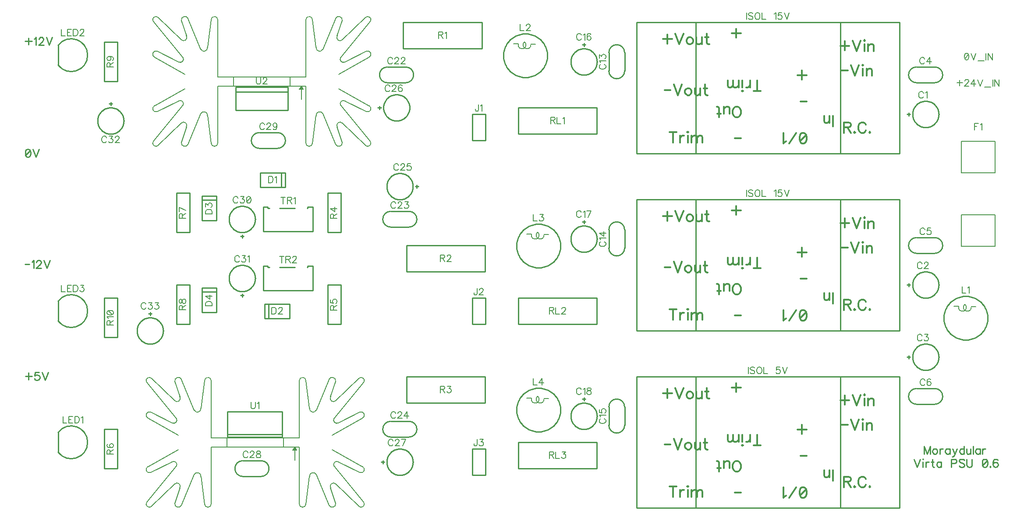
<source format=gto>
G04 DipTrace 2.4.0.2*
%INpsu_1.GTO*%
%MOMM*%
%ADD10C,0.25*%
%ADD31C,0.203*%
%ADD35C,0.18*%
%ADD45C,0.152*%
%ADD91C,0.196*%
%ADD92C,0.235*%
%ADD93C,0.314*%
%FSLAX53Y53*%
G04*
G71*
G90*
G75*
G01*
%LNTopSilk*%
%LPD*%
X189581Y88440D2*
D10*
Y89040D1*
X189281Y88740D2*
X189881D1*
X190342D2*
X190348Y88917D1*
X190366Y89094D1*
X190397Y89268D1*
X190440Y89440D1*
X190495Y89609D1*
X190561Y89773D1*
X190639Y89932D1*
X190727Y90086D1*
X190827Y90233D1*
X190936Y90373D1*
X191054Y90504D1*
X191182Y90628D1*
X191318Y90742D1*
X191461Y90846D1*
X191611Y90940D1*
X191768Y91023D1*
X191930Y91095D1*
X192096Y91156D1*
X192266Y91205D1*
X192440Y91241D1*
X192615Y91266D1*
X192792Y91278D1*
X192969D1*
X193146Y91266D1*
X193322Y91241D1*
X193495Y91205D1*
X193665Y91156D1*
X193832Y91095D1*
X193994Y91023D1*
X194150Y90940D1*
X194301Y90846D1*
X194444Y90742D1*
X194580Y90628D1*
X194707Y90504D1*
X194826Y90373D1*
X194935Y90233D1*
X195034Y90086D1*
X195123Y89932D1*
X195200Y89773D1*
X195267Y89609D1*
X195321Y89440D1*
X195364Y89268D1*
X195395Y89094D1*
X195414Y88917D1*
X195420Y88740D1*
X195414Y88563D1*
X195395Y88387D1*
X195364Y88212D1*
X195321Y88040D1*
X195267Y87871D1*
X195200Y87707D1*
X195123Y87548D1*
X195034Y87394D1*
X194935Y87247D1*
X194826Y87107D1*
X194707Y86976D1*
X194580Y86852D1*
X194444Y86738D1*
X194301Y86634D1*
X194150Y86540D1*
X193994Y86457D1*
X193832Y86385D1*
X193665Y86324D1*
X193495Y86275D1*
X193322Y86239D1*
X193146Y86214D1*
X192969Y86202D1*
X192792D1*
X192615Y86214D1*
X192440Y86239D1*
X192266Y86275D1*
X192096Y86324D1*
X191930Y86385D1*
X191768Y86457D1*
X191611Y86540D1*
X191461Y86634D1*
X191318Y86738D1*
X191182Y86852D1*
X191054Y86976D1*
X190936Y87107D1*
X190827Y87247D1*
X190727Y87394D1*
X190639Y87548D1*
X190561Y87707D1*
X190495Y87871D1*
X190440Y88040D1*
X190397Y88212D1*
X190366Y88387D1*
X190348Y88563D1*
X190342Y88740D1*
X189581Y55420D2*
Y56020D1*
X189281Y55720D2*
X189881D1*
X190342D2*
X190348Y55897D1*
X190366Y56074D1*
X190397Y56248D1*
X190440Y56420D1*
X190495Y56589D1*
X190561Y56753D1*
X190639Y56912D1*
X190727Y57066D1*
X190827Y57213D1*
X190936Y57353D1*
X191054Y57484D1*
X191182Y57608D1*
X191318Y57722D1*
X191461Y57826D1*
X191611Y57920D1*
X191768Y58003D1*
X191930Y58075D1*
X192096Y58136D1*
X192266Y58185D1*
X192440Y58221D1*
X192615Y58246D1*
X192792Y58258D1*
X192969D1*
X193146Y58246D1*
X193322Y58221D1*
X193495Y58185D1*
X193665Y58136D1*
X193832Y58075D1*
X193994Y58003D1*
X194150Y57920D1*
X194301Y57826D1*
X194444Y57722D1*
X194580Y57608D1*
X194707Y57484D1*
X194826Y57353D1*
X194935Y57213D1*
X195034Y57066D1*
X195123Y56912D1*
X195200Y56753D1*
X195267Y56589D1*
X195321Y56420D1*
X195364Y56248D1*
X195395Y56074D1*
X195414Y55897D1*
X195420Y55720D1*
X195414Y55543D1*
X195395Y55367D1*
X195364Y55192D1*
X195321Y55020D1*
X195267Y54851D1*
X195200Y54687D1*
X195123Y54528D1*
X195034Y54374D1*
X194935Y54227D1*
X194826Y54087D1*
X194707Y53956D1*
X194580Y53832D1*
X194444Y53718D1*
X194301Y53614D1*
X194150Y53520D1*
X193994Y53437D1*
X193832Y53365D1*
X193665Y53304D1*
X193495Y53255D1*
X193322Y53219D1*
X193146Y53194D1*
X192969Y53182D1*
X192792D1*
X192615Y53194D1*
X192440Y53219D1*
X192266Y53255D1*
X192096Y53304D1*
X191930Y53365D1*
X191768Y53437D1*
X191611Y53520D1*
X191461Y53614D1*
X191318Y53718D1*
X191182Y53832D1*
X191054Y53956D1*
X190936Y54087D1*
X190827Y54227D1*
X190727Y54374D1*
X190639Y54528D1*
X190561Y54687D1*
X190495Y54851D1*
X190440Y55020D1*
X190397Y55192D1*
X190366Y55367D1*
X190348Y55543D1*
X190342Y55720D1*
X189581Y41450D2*
Y42050D1*
X189281Y41750D2*
X189881D1*
X190342D2*
X190348Y41927D1*
X190366Y42104D1*
X190397Y42278D1*
X190440Y42450D1*
X190495Y42619D1*
X190561Y42783D1*
X190639Y42942D1*
X190727Y43096D1*
X190827Y43243D1*
X190936Y43383D1*
X191054Y43514D1*
X191182Y43638D1*
X191318Y43752D1*
X191461Y43856D1*
X191611Y43950D1*
X191768Y44033D1*
X191930Y44105D1*
X192096Y44166D1*
X192266Y44215D1*
X192440Y44251D1*
X192615Y44276D1*
X192792Y44288D1*
X192969D1*
X193146Y44276D1*
X193322Y44251D1*
X193495Y44215D1*
X193665Y44166D1*
X193832Y44105D1*
X193994Y44033D1*
X194150Y43950D1*
X194301Y43856D1*
X194444Y43752D1*
X194580Y43638D1*
X194707Y43514D1*
X194826Y43383D1*
X194935Y43243D1*
X195034Y43096D1*
X195123Y42942D1*
X195200Y42783D1*
X195267Y42619D1*
X195321Y42450D1*
X195364Y42278D1*
X195395Y42104D1*
X195414Y41927D1*
X195420Y41750D1*
X195414Y41573D1*
X195395Y41397D1*
X195364Y41222D1*
X195321Y41050D1*
X195267Y40881D1*
X195200Y40717D1*
X195123Y40558D1*
X195034Y40404D1*
X194935Y40257D1*
X194826Y40117D1*
X194707Y39986D1*
X194580Y39862D1*
X194444Y39748D1*
X194301Y39644D1*
X194150Y39550D1*
X193994Y39467D1*
X193832Y39395D1*
X193665Y39334D1*
X193495Y39285D1*
X193322Y39249D1*
X193146Y39224D1*
X192969Y39212D1*
X192792D1*
X192615Y39224D1*
X192440Y39249D1*
X192266Y39285D1*
X192096Y39334D1*
X191930Y39395D1*
X191768Y39467D1*
X191611Y39550D1*
X191461Y39644D1*
X191318Y39748D1*
X191182Y39862D1*
X191054Y39986D1*
X190936Y40117D1*
X190827Y40257D1*
X190727Y40404D1*
X190639Y40558D1*
X190561Y40717D1*
X190495Y40881D1*
X190440Y41050D1*
X190397Y41222D1*
X190366Y41397D1*
X190348Y41573D1*
X190342Y41750D1*
X191104Y94836D2*
X194656D1*
X191104Y97884D2*
X194656D1*
Y94836D2*
G03X194656Y97884I2J1524D01*
G01*
X191104D2*
G03X191104Y94836I-2J-1524D01*
G01*
Y61816D2*
X194656D1*
X191104Y64864D2*
X194656D1*
Y61816D2*
G03X194656Y64864I2J1524D01*
G01*
X191104D2*
G03X191104Y61816I-2J-1524D01*
G01*
Y32606D2*
X194656D1*
X191104Y35654D2*
X194656D1*
Y32606D2*
G03X194656Y35654I2J1524D01*
G01*
X191104D2*
G03X191104Y32606I-2J-1524D01*
G01*
X131666Y100676D2*
Y97124D1*
X134714Y100676D2*
Y97124D1*
X131666D2*
G03X134714Y97124I1524J-2D01*
G01*
Y100676D2*
G03X131666Y100676I-1524J2D01*
G01*
Y66386D2*
Y62834D1*
X134714Y66386D2*
Y62834D1*
X131666D2*
G03X134714Y62834I1524J-2D01*
G01*
Y66386D2*
G03X131666Y66386I-1524J2D01*
G01*
Y32096D2*
Y28544D1*
X134714Y32096D2*
Y28544D1*
X131666D2*
G03X134714Y28544I1524J-2D01*
G01*
Y32096D2*
G03X131666Y32096I-1524J2D01*
G01*
X126540Y102199D2*
X127140D1*
X126840Y102499D2*
Y101899D1*
X124300Y98899D2*
X124306Y99076D1*
X124325Y99253D1*
X124356Y99427D1*
X124398Y99599D1*
X124453Y99768D1*
X124520Y99932D1*
X124597Y100091D1*
X124686Y100245D1*
X124785Y100392D1*
X124894Y100531D1*
X125013Y100663D1*
X125140Y100786D1*
X125276Y100900D1*
X125420Y101004D1*
X125570Y101098D1*
X125727Y101181D1*
X125889Y101253D1*
X126055Y101314D1*
X126226Y101363D1*
X126399Y101400D1*
X126575Y101424D1*
X126751Y101437D1*
X126929D1*
X127106Y101424D1*
X127281Y101400D1*
X127454Y101363D1*
X127625Y101314D1*
X127792Y101253D1*
X127953Y101181D1*
X128110Y101098D1*
X128260Y101004D1*
X128404Y100900D1*
X128540Y100786D1*
X128667Y100663D1*
X128786Y100531D1*
X128895Y100392D1*
X128994Y100245D1*
X129083Y100091D1*
X129160Y99932D1*
X129227Y99768D1*
X129282Y99599D1*
X129325Y99427D1*
X129355Y99253D1*
X129374Y99076D1*
X129380Y98899D1*
X129374Y98722D1*
X129355Y98546D1*
X129325Y98371D1*
X129282Y98199D1*
X129227Y98031D1*
X129160Y97867D1*
X129083Y97707D1*
X128994Y97554D1*
X128895Y97407D1*
X128786Y97267D1*
X128667Y97135D1*
X128540Y97012D1*
X128404Y96898D1*
X128260Y96794D1*
X128110Y96700D1*
X127953Y96617D1*
X127792Y96545D1*
X127625Y96484D1*
X127454Y96436D1*
X127281Y96399D1*
X127106Y96374D1*
X126929Y96362D1*
X126751D1*
X126575Y96374D1*
X126399Y96399D1*
X126226Y96436D1*
X126055Y96484D1*
X125889Y96545D1*
X125727Y96617D1*
X125570Y96700D1*
X125420Y96794D1*
X125276Y96898D1*
X125140Y97012D1*
X125013Y97135D1*
X124894Y97267D1*
X124785Y97407D1*
X124686Y97554D1*
X124597Y97707D1*
X124520Y97867D1*
X124453Y98031D1*
X124398Y98199D1*
X124356Y98371D1*
X124325Y98546D1*
X124306Y98722D1*
X124300Y98899D1*
X126540Y67909D2*
X127140D1*
X126840Y68209D2*
Y67609D1*
X124300Y64609D2*
X124306Y64786D1*
X124325Y64963D1*
X124356Y65137D1*
X124398Y65309D1*
X124453Y65478D1*
X124520Y65642D1*
X124597Y65801D1*
X124686Y65955D1*
X124785Y66102D1*
X124894Y66241D1*
X125013Y66373D1*
X125140Y66496D1*
X125276Y66610D1*
X125420Y66714D1*
X125570Y66808D1*
X125727Y66891D1*
X125889Y66963D1*
X126055Y67024D1*
X126226Y67073D1*
X126399Y67110D1*
X126575Y67134D1*
X126751Y67147D1*
X126929D1*
X127106Y67134D1*
X127281Y67110D1*
X127454Y67073D1*
X127625Y67024D1*
X127792Y66963D1*
X127953Y66891D1*
X128110Y66808D1*
X128260Y66714D1*
X128404Y66610D1*
X128540Y66496D1*
X128667Y66373D1*
X128786Y66241D1*
X128895Y66102D1*
X128994Y65955D1*
X129083Y65801D1*
X129160Y65642D1*
X129227Y65478D1*
X129282Y65309D1*
X129325Y65137D1*
X129355Y64963D1*
X129374Y64786D1*
X129380Y64609D1*
X129374Y64432D1*
X129355Y64256D1*
X129325Y64081D1*
X129282Y63909D1*
X129227Y63741D1*
X129160Y63577D1*
X129083Y63417D1*
X128994Y63264D1*
X128895Y63117D1*
X128786Y62977D1*
X128667Y62845D1*
X128540Y62722D1*
X128404Y62608D1*
X128260Y62504D1*
X128110Y62410D1*
X127953Y62327D1*
X127792Y62255D1*
X127625Y62194D1*
X127454Y62146D1*
X127281Y62109D1*
X127106Y62084D1*
X126929Y62072D1*
X126751D1*
X126575Y62084D1*
X126399Y62109D1*
X126226Y62146D1*
X126055Y62194D1*
X125889Y62255D1*
X125727Y62327D1*
X125570Y62410D1*
X125420Y62504D1*
X125276Y62608D1*
X125140Y62722D1*
X125013Y62845D1*
X124894Y62977D1*
X124785Y63117D1*
X124686Y63264D1*
X124597Y63417D1*
X124520Y63577D1*
X124453Y63741D1*
X124398Y63909D1*
X124356Y64081D1*
X124325Y64256D1*
X124306Y64432D1*
X124300Y64609D1*
X126540Y33619D2*
X127140D1*
X126840Y33919D2*
Y33319D1*
X124300Y30319D2*
X124306Y30496D1*
X124325Y30673D1*
X124356Y30847D1*
X124398Y31019D1*
X124453Y31188D1*
X124520Y31352D1*
X124597Y31511D1*
X124686Y31665D1*
X124785Y31812D1*
X124894Y31951D1*
X125013Y32083D1*
X125140Y32206D1*
X125276Y32320D1*
X125420Y32424D1*
X125570Y32518D1*
X125727Y32601D1*
X125889Y32673D1*
X126055Y32734D1*
X126226Y32783D1*
X126399Y32820D1*
X126575Y32844D1*
X126751Y32857D1*
X126929D1*
X127106Y32844D1*
X127281Y32820D1*
X127454Y32783D1*
X127625Y32734D1*
X127792Y32673D1*
X127953Y32601D1*
X128110Y32518D1*
X128260Y32424D1*
X128404Y32320D1*
X128540Y32206D1*
X128667Y32083D1*
X128786Y31951D1*
X128895Y31812D1*
X128994Y31665D1*
X129083Y31511D1*
X129160Y31352D1*
X129227Y31188D1*
X129282Y31019D1*
X129325Y30847D1*
X129355Y30673D1*
X129374Y30496D1*
X129380Y30319D1*
X129374Y30142D1*
X129355Y29966D1*
X129325Y29791D1*
X129282Y29619D1*
X129227Y29451D1*
X129160Y29287D1*
X129083Y29127D1*
X128994Y28974D1*
X128895Y28827D1*
X128786Y28687D1*
X128667Y28555D1*
X128540Y28432D1*
X128404Y28318D1*
X128260Y28214D1*
X128110Y28120D1*
X127953Y28037D1*
X127792Y27965D1*
X127625Y27904D1*
X127454Y27856D1*
X127281Y27819D1*
X127106Y27794D1*
X126929Y27782D1*
X126751D1*
X126575Y27794D1*
X126399Y27819D1*
X126226Y27856D1*
X126055Y27904D1*
X125889Y27965D1*
X125727Y28037D1*
X125570Y28120D1*
X125420Y28214D1*
X125276Y28318D1*
X125140Y28432D1*
X125013Y28555D1*
X124894Y28687D1*
X124785Y28827D1*
X124686Y28974D1*
X124597Y29127D1*
X124520Y29287D1*
X124453Y29451D1*
X124398Y29619D1*
X124356Y29791D1*
X124325Y29966D1*
X124306Y30142D1*
X124300Y30319D1*
X88869Y94836D2*
X92421D1*
X88869Y97884D2*
X92421D1*
Y94836D2*
G03X92421Y97884I2J1524D01*
G01*
X88869D2*
G03X88869Y94836I-2J-1524D01*
G01*
X93056Y69944D2*
X89504D1*
X93056Y66896D2*
X89504D1*
Y69944D2*
G03X89504Y66896I-2J-1524D01*
G01*
X93056D2*
G03X93056Y69944I2J1524D01*
G01*
X89504Y26256D2*
X93056D1*
X89504Y29304D2*
X93056D1*
Y26256D2*
G03X93056Y29304I2J1524D01*
G01*
X89504D2*
G03X89504Y26256I-2J-1524D01*
G01*
X94579Y75070D2*
Y74470D1*
X94879Y74770D2*
X94279D1*
X88740D2*
X88746Y74947D1*
X88765Y75124D1*
X88796Y75298D1*
X88839Y75470D1*
X88893Y75639D1*
X88960Y75803D1*
X89037Y75962D1*
X89126Y76116D1*
X89225Y76263D1*
X89334Y76403D1*
X89453Y76534D1*
X89580Y76658D1*
X89716Y76772D1*
X89859Y76876D1*
X90010Y76970D1*
X90166Y77053D1*
X90328Y77125D1*
X90495Y77186D1*
X90665Y77235D1*
X90838Y77271D1*
X91014Y77296D1*
X91191Y77308D1*
X91368D1*
X91545Y77296D1*
X91720Y77271D1*
X91894Y77235D1*
X92064Y77186D1*
X92230Y77125D1*
X92392Y77053D1*
X92549Y76970D1*
X92699Y76876D1*
X92842Y76772D1*
X92978Y76658D1*
X93106Y76534D1*
X93224Y76403D1*
X93333Y76263D1*
X93433Y76116D1*
X93521Y75962D1*
X93599Y75803D1*
X93665Y75639D1*
X93720Y75470D1*
X93763Y75298D1*
X93794Y75124D1*
X93812Y74947D1*
X93818Y74770D1*
X93812Y74593D1*
X93794Y74417D1*
X93763Y74242D1*
X93720Y74070D1*
X93665Y73901D1*
X93599Y73737D1*
X93521Y73578D1*
X93433Y73424D1*
X93333Y73277D1*
X93224Y73137D1*
X93106Y73006D1*
X92978Y72882D1*
X92842Y72768D1*
X92699Y72664D1*
X92549Y72570D1*
X92392Y72487D1*
X92230Y72415D1*
X92064Y72354D1*
X91894Y72305D1*
X91720Y72269D1*
X91545Y72244D1*
X91368Y72232D1*
X91191D1*
X91014Y72244D1*
X90838Y72269D1*
X90665Y72305D1*
X90495Y72354D1*
X90328Y72415D1*
X90166Y72487D1*
X90010Y72570D1*
X89859Y72664D1*
X89716Y72768D1*
X89580Y72882D1*
X89453Y73006D1*
X89334Y73137D1*
X89225Y73277D1*
X89126Y73424D1*
X89037Y73578D1*
X88960Y73737D1*
X88893Y73901D1*
X88839Y74070D1*
X88796Y74242D1*
X88765Y74417D1*
X88746Y74593D1*
X88740Y74770D1*
X87346Y89710D2*
Y90310D1*
X87046Y90010D2*
X87646D1*
X88107D2*
X88113Y90187D1*
X88131Y90364D1*
X88162Y90538D1*
X88205Y90710D1*
X88260Y90879D1*
X88326Y91043D1*
X88404Y91202D1*
X88492Y91356D1*
X88592Y91503D1*
X88701Y91643D1*
X88819Y91774D1*
X88947Y91898D1*
X89083Y92012D1*
X89226Y92116D1*
X89376Y92210D1*
X89533Y92293D1*
X89695Y92365D1*
X89861Y92426D1*
X90031Y92475D1*
X90205Y92511D1*
X90380Y92536D1*
X90557Y92548D1*
X90734D1*
X90911Y92536D1*
X91087Y92511D1*
X91260Y92475D1*
X91430Y92426D1*
X91597Y92365D1*
X91759Y92293D1*
X91915Y92210D1*
X92066Y92116D1*
X92209Y92012D1*
X92345Y91898D1*
X92472Y91774D1*
X92591Y91643D1*
X92700Y91503D1*
X92799Y91356D1*
X92888Y91202D1*
X92965Y91043D1*
X93032Y90879D1*
X93086Y90710D1*
X93129Y90538D1*
X93160Y90364D1*
X93179Y90187D1*
X93185Y90010D1*
X93179Y89833D1*
X93160Y89657D1*
X93129Y89482D1*
X93086Y89310D1*
X93032Y89141D1*
X92965Y88977D1*
X92888Y88818D1*
X92799Y88664D1*
X92700Y88517D1*
X92591Y88377D1*
X92472Y88246D1*
X92345Y88122D1*
X92209Y88008D1*
X92066Y87904D1*
X91915Y87810D1*
X91759Y87727D1*
X91597Y87655D1*
X91430Y87594D1*
X91260Y87545D1*
X91087Y87509D1*
X90911Y87484D1*
X90734Y87472D1*
X90557D1*
X90380Y87484D1*
X90205Y87509D1*
X90031Y87545D1*
X89861Y87594D1*
X89695Y87655D1*
X89533Y87727D1*
X89376Y87810D1*
X89226Y87904D1*
X89083Y88008D1*
X88947Y88122D1*
X88819Y88246D1*
X88701Y88377D1*
X88592Y88517D1*
X88492Y88664D1*
X88404Y88818D1*
X88326Y88977D1*
X88260Y89141D1*
X88205Y89310D1*
X88162Y89482D1*
X88131Y89657D1*
X88113Y89833D1*
X88107Y90010D1*
X87981Y21130D2*
Y21730D1*
X87681Y21430D2*
X88281D1*
X88742D2*
X88748Y21607D1*
X88766Y21784D1*
X88797Y21958D1*
X88840Y22130D1*
X88895Y22299D1*
X88961Y22463D1*
X89039Y22622D1*
X89127Y22776D1*
X89227Y22923D1*
X89336Y23063D1*
X89454Y23194D1*
X89582Y23318D1*
X89718Y23432D1*
X89861Y23536D1*
X90011Y23630D1*
X90168Y23713D1*
X90330Y23785D1*
X90496Y23846D1*
X90666Y23895D1*
X90840Y23931D1*
X91015Y23956D1*
X91192Y23968D1*
X91369D1*
X91546Y23956D1*
X91722Y23931D1*
X91895Y23895D1*
X92065Y23846D1*
X92232Y23785D1*
X92394Y23713D1*
X92550Y23630D1*
X92701Y23536D1*
X92844Y23432D1*
X92980Y23318D1*
X93107Y23194D1*
X93226Y23063D1*
X93335Y22923D1*
X93434Y22776D1*
X93523Y22622D1*
X93600Y22463D1*
X93667Y22299D1*
X93721Y22130D1*
X93764Y21958D1*
X93795Y21784D1*
X93814Y21607D1*
X93820Y21430D1*
X93814Y21253D1*
X93795Y21077D1*
X93764Y20902D1*
X93721Y20730D1*
X93667Y20561D1*
X93600Y20397D1*
X93523Y20238D1*
X93434Y20084D1*
X93335Y19937D1*
X93226Y19797D1*
X93107Y19666D1*
X92980Y19542D1*
X92844Y19428D1*
X92701Y19324D1*
X92550Y19230D1*
X92394Y19147D1*
X92232Y19075D1*
X92065Y19014D1*
X91895Y18965D1*
X91722Y18929D1*
X91546Y18904D1*
X91369Y18892D1*
X91192D1*
X91015Y18904D1*
X90840Y18929D1*
X90666Y18965D1*
X90496Y19014D1*
X90330Y19075D1*
X90168Y19147D1*
X90011Y19230D1*
X89861Y19324D1*
X89718Y19428D1*
X89582Y19542D1*
X89454Y19666D1*
X89336Y19797D1*
X89227Y19937D1*
X89127Y20084D1*
X89039Y20238D1*
X88961Y20397D1*
X88895Y20561D1*
X88840Y20730D1*
X88797Y20902D1*
X88766Y21077D1*
X88748Y21253D1*
X88742Y21430D1*
X60929Y18636D2*
X64481D1*
X60929Y21684D2*
X64481D1*
Y18636D2*
G03X64481Y21684I2J1524D01*
G01*
X60929D2*
G03X60929Y18636I-2J-1524D01*
G01*
X67656Y85184D2*
X64104D1*
X67656Y82136D2*
X64104D1*
Y85184D2*
G03X64104Y82136I-2J-1524D01*
G01*
X67656D2*
G03X67656Y85184I2J1524D01*
G01*
X61100Y65121D2*
X60500D1*
X60800Y64821D2*
Y65421D1*
X58260Y68421D2*
X58266Y68598D1*
X58285Y68774D1*
X58316Y68949D1*
X58358Y69121D1*
X58413Y69289D1*
X58480Y69453D1*
X58557Y69613D1*
X58646Y69766D1*
X58745Y69913D1*
X58854Y70053D1*
X58973Y70185D1*
X59100Y70308D1*
X59236Y70422D1*
X59380Y70526D1*
X59530Y70620D1*
X59687Y70703D1*
X59849Y70775D1*
X60015Y70836D1*
X60186Y70884D1*
X60359Y70921D1*
X60535Y70946D1*
X60711Y70958D1*
X60889D1*
X61066Y70946D1*
X61241Y70921D1*
X61414Y70884D1*
X61585Y70836D1*
X61752Y70775D1*
X61913Y70703D1*
X62070Y70620D1*
X62220Y70526D1*
X62364Y70422D1*
X62500Y70308D1*
X62627Y70185D1*
X62746Y70053D1*
X62855Y69913D1*
X62954Y69766D1*
X63043Y69613D1*
X63120Y69453D1*
X63187Y69289D1*
X63242Y69121D1*
X63285Y68949D1*
X63315Y68774D1*
X63334Y68598D1*
X63340Y68421D1*
X63334Y68244D1*
X63315Y68067D1*
X63285Y67893D1*
X63242Y67721D1*
X63187Y67552D1*
X63120Y67388D1*
X63043Y67229D1*
X62954Y67075D1*
X62855Y66928D1*
X62746Y66789D1*
X62627Y66657D1*
X62500Y66534D1*
X62364Y66420D1*
X62220Y66316D1*
X62070Y66222D1*
X61913Y66139D1*
X61752Y66067D1*
X61585Y66006D1*
X61414Y65957D1*
X61241Y65920D1*
X61066Y65896D1*
X60889Y65883D1*
X60711D1*
X60535Y65896D1*
X60359Y65920D1*
X60186Y65957D1*
X60015Y66006D1*
X59849Y66067D1*
X59687Y66139D1*
X59530Y66222D1*
X59380Y66316D1*
X59236Y66420D1*
X59100Y66534D1*
X58973Y66657D1*
X58854Y66789D1*
X58745Y66928D1*
X58646Y67075D1*
X58557Y67229D1*
X58480Y67388D1*
X58413Y67552D1*
X58358Y67721D1*
X58316Y67893D1*
X58285Y68067D1*
X58266Y68244D1*
X58260Y68421D1*
X61100Y53691D2*
X60500D1*
X60800Y53391D2*
Y53991D1*
X58260Y56991D2*
X58266Y57168D1*
X58285Y57344D1*
X58316Y57519D1*
X58358Y57691D1*
X58413Y57859D1*
X58480Y58023D1*
X58557Y58183D1*
X58646Y58336D1*
X58745Y58483D1*
X58854Y58623D1*
X58973Y58755D1*
X59100Y58878D1*
X59236Y58992D1*
X59380Y59096D1*
X59530Y59190D1*
X59687Y59273D1*
X59849Y59345D1*
X60015Y59406D1*
X60186Y59454D1*
X60359Y59491D1*
X60535Y59516D1*
X60711Y59528D1*
X60889D1*
X61066Y59516D1*
X61241Y59491D1*
X61414Y59454D1*
X61585Y59406D1*
X61752Y59345D1*
X61913Y59273D1*
X62070Y59190D1*
X62220Y59096D1*
X62364Y58992D1*
X62500Y58878D1*
X62627Y58755D1*
X62746Y58623D1*
X62855Y58483D1*
X62954Y58336D1*
X63043Y58183D1*
X63120Y58023D1*
X63187Y57859D1*
X63242Y57691D1*
X63285Y57519D1*
X63315Y57344D1*
X63334Y57168D1*
X63340Y56991D1*
X63334Y56814D1*
X63315Y56637D1*
X63285Y56463D1*
X63242Y56291D1*
X63187Y56122D1*
X63120Y55958D1*
X63043Y55799D1*
X62954Y55645D1*
X62855Y55498D1*
X62746Y55359D1*
X62627Y55227D1*
X62500Y55104D1*
X62364Y54990D1*
X62220Y54886D1*
X62070Y54792D1*
X61913Y54709D1*
X61752Y54637D1*
X61585Y54576D1*
X61414Y54527D1*
X61241Y54490D1*
X61066Y54466D1*
X60889Y54453D1*
X60711D1*
X60535Y54466D1*
X60359Y54490D1*
X60186Y54527D1*
X60015Y54576D1*
X59849Y54637D1*
X59687Y54709D1*
X59530Y54792D1*
X59380Y54886D1*
X59236Y54990D1*
X59100Y55104D1*
X58973Y55227D1*
X58854Y55359D1*
X58745Y55498D1*
X58646Y55645D1*
X58557Y55799D1*
X58480Y55958D1*
X58413Y56122D1*
X58358Y56291D1*
X58316Y56463D1*
X58285Y56637D1*
X58266Y56814D1*
X58260Y56991D1*
X35100Y90769D2*
X35700D1*
X35400Y91069D2*
Y90469D1*
X32860Y87469D2*
X32866Y87646D1*
X32885Y87823D1*
X32916Y87997D1*
X32958Y88169D1*
X33013Y88338D1*
X33080Y88502D1*
X33157Y88661D1*
X33246Y88815D1*
X33345Y88962D1*
X33454Y89101D1*
X33573Y89233D1*
X33700Y89356D1*
X33836Y89470D1*
X33980Y89574D1*
X34130Y89668D1*
X34287Y89751D1*
X34449Y89823D1*
X34615Y89884D1*
X34786Y89933D1*
X34959Y89970D1*
X35135Y89994D1*
X35311Y90007D1*
X35489D1*
X35666Y89994D1*
X35841Y89970D1*
X36014Y89933D1*
X36185Y89884D1*
X36352Y89823D1*
X36513Y89751D1*
X36670Y89668D1*
X36820Y89574D1*
X36964Y89470D1*
X37100Y89356D1*
X37227Y89233D1*
X37346Y89101D1*
X37455Y88962D1*
X37554Y88815D1*
X37643Y88661D1*
X37720Y88502D1*
X37787Y88338D1*
X37842Y88169D1*
X37885Y87997D1*
X37915Y87823D1*
X37934Y87646D1*
X37940Y87469D1*
X37934Y87292D1*
X37915Y87116D1*
X37885Y86941D1*
X37842Y86769D1*
X37787Y86601D1*
X37720Y86437D1*
X37643Y86277D1*
X37554Y86124D1*
X37455Y85977D1*
X37346Y85837D1*
X37227Y85705D1*
X37100Y85582D1*
X36964Y85468D1*
X36820Y85364D1*
X36670Y85270D1*
X36513Y85187D1*
X36352Y85115D1*
X36185Y85054D1*
X36014Y85006D1*
X35841Y84969D1*
X35666Y84944D1*
X35489Y84932D1*
X35311D1*
X35135Y84944D1*
X34959Y84969D1*
X34786Y85006D1*
X34615Y85054D1*
X34449Y85115D1*
X34287Y85187D1*
X34130Y85270D1*
X33980Y85364D1*
X33836Y85468D1*
X33700Y85582D1*
X33573Y85705D1*
X33454Y85837D1*
X33345Y85977D1*
X33246Y86124D1*
X33157Y86277D1*
X33080Y86437D1*
X33013Y86601D1*
X32958Y86769D1*
X32916Y86941D1*
X32885Y87116D1*
X32866Y87292D1*
X32860Y87469D1*
X42720Y50129D2*
X43320D1*
X43020Y50429D2*
Y49829D1*
X40480Y46829D2*
X40486Y47006D1*
X40505Y47183D1*
X40536Y47357D1*
X40578Y47529D1*
X40633Y47698D1*
X40700Y47862D1*
X40777Y48021D1*
X40866Y48175D1*
X40965Y48322D1*
X41074Y48461D1*
X41193Y48593D1*
X41320Y48716D1*
X41456Y48830D1*
X41600Y48934D1*
X41750Y49028D1*
X41907Y49111D1*
X42069Y49183D1*
X42235Y49244D1*
X42406Y49293D1*
X42579Y49330D1*
X42755Y49354D1*
X42931Y49367D1*
X43109D1*
X43286Y49354D1*
X43461Y49330D1*
X43634Y49293D1*
X43805Y49244D1*
X43972Y49183D1*
X44133Y49111D1*
X44290Y49028D1*
X44440Y48934D1*
X44584Y48830D1*
X44720Y48716D1*
X44847Y48593D1*
X44966Y48461D1*
X45075Y48322D1*
X45174Y48175D1*
X45263Y48021D1*
X45340Y47862D1*
X45407Y47698D1*
X45462Y47529D1*
X45505Y47357D1*
X45535Y47183D1*
X45554Y47006D1*
X45560Y46829D1*
X45554Y46652D1*
X45535Y46476D1*
X45505Y46301D1*
X45462Y46129D1*
X45407Y45961D1*
X45340Y45797D1*
X45263Y45637D1*
X45174Y45484D1*
X45075Y45337D1*
X44966Y45197D1*
X44847Y45065D1*
X44720Y44942D1*
X44584Y44828D1*
X44440Y44724D1*
X44290Y44630D1*
X44133Y44547D1*
X43972Y44475D1*
X43805Y44414D1*
X43634Y44366D1*
X43461Y44329D1*
X43286Y44304D1*
X43109Y44292D1*
X42931D1*
X42755Y44304D1*
X42579Y44329D1*
X42406Y44366D1*
X42235Y44414D1*
X42069Y44475D1*
X41907Y44547D1*
X41750Y44630D1*
X41600Y44724D1*
X41456Y44828D1*
X41320Y44942D1*
X41193Y45065D1*
X41074Y45197D1*
X40965Y45337D1*
X40866Y45484D1*
X40777Y45637D1*
X40700Y45797D1*
X40633Y45961D1*
X40578Y46129D1*
X40536Y46301D1*
X40505Y46476D1*
X40486Y46652D1*
X40480Y46829D1*
X69108Y77440D2*
Y74640D1*
X69057D2*
X64353D1*
X68350Y77440D2*
Y74640D1*
X64353Y77440D2*
Y74640D1*
X69057Y77440D2*
X64353D1*
X65192Y49240D2*
Y52040D1*
X65243D2*
X69947D1*
X65950Y49240D2*
Y52040D1*
X69947Y49240D2*
Y52040D1*
X65243Y49240D2*
X69947D1*
X53050Y72918D2*
X55850D1*
Y72867D2*
Y68163D1*
X53050Y72160D2*
X55850D1*
X53050Y68163D2*
X55850D1*
X53050Y72867D2*
Y68163D1*
Y55138D2*
X55850D1*
Y55087D2*
Y50383D1*
X53050Y54380D2*
X55850D1*
X53050Y50383D2*
X55850D1*
X53050Y55087D2*
Y50383D1*
X199814Y63213D2*
D31*
Y69232D1*
Y63213D2*
X206266D1*
Y69310D1*
X199814D1*
X206266Y83467D2*
Y77448D1*
Y83467D2*
X199814D1*
Y77370D1*
X206266D1*
X107790Y88740D2*
D10*
X105250D1*
X107790Y83660D2*
Y88740D1*
Y83660D2*
X105250D1*
Y88740D1*
Y48100D2*
X107790D1*
X105250Y53180D2*
Y48100D1*
Y53180D2*
X107790D1*
Y48100D1*
Y23970D2*
X105250D1*
X107790Y18890D2*
Y23970D1*
Y18890D2*
X105250D1*
Y23970D1*
X196377Y49297D2*
X196387Y49591D1*
X196418Y49884D1*
X196470Y50174D1*
X196541Y50460D1*
X196633Y50740D1*
X196744Y51013D1*
X196874Y51278D1*
X197022Y51533D1*
X197188Y51777D1*
X197371Y52009D1*
X197569Y52228D1*
X197783Y52432D1*
X198010Y52622D1*
X198250Y52795D1*
X198502Y52951D1*
X198764Y53089D1*
X199035Y53209D1*
X199313Y53309D1*
X199599Y53391D1*
X199889Y53452D1*
X200182Y53493D1*
X200478Y53513D1*
X200775D1*
X201071Y53493D1*
X201365Y53452D1*
X201655Y53391D1*
X201940Y53309D1*
X202219Y53209D1*
X202490Y53089D1*
X202752Y52951D1*
X203003Y52795D1*
X203243Y52622D1*
X203470Y52432D1*
X203684Y52228D1*
X203882Y52009D1*
X204065Y51777D1*
X204231Y51533D1*
X204379Y51278D1*
X204509Y51013D1*
X204620Y50740D1*
X204712Y50460D1*
X204784Y50174D1*
X204835Y49884D1*
X204866Y49591D1*
X204877Y49297D1*
X204866Y49003D1*
X204835Y48710D1*
X204784Y48420D1*
X204712Y48134D1*
X204620Y47854D1*
X204509Y47581D1*
X204379Y47317D1*
X204231Y47062D1*
X204065Y46817D1*
X203882Y46585D1*
X203684Y46367D1*
X203470Y46162D1*
X203243Y45973D1*
X203003Y45800D1*
X202752Y45644D1*
X202490Y45505D1*
X202219Y45386D1*
X201940Y45285D1*
X201655Y45204D1*
X201365Y45142D1*
X201071Y45101D1*
X200775Y45081D1*
X200478D1*
X200182Y45101D1*
X199889Y45142D1*
X199599Y45204D1*
X199313Y45285D1*
X199035Y45386D1*
X198764Y45505D1*
X198502Y45644D1*
X198250Y45800D1*
X198010Y45973D1*
X197783Y46162D1*
X197569Y46367D1*
X197371Y46585D1*
X197188Y46817D1*
X197022Y47062D1*
X196874Y47317D1*
X196744Y47581D1*
X196633Y47854D1*
X196541Y48134D1*
X196470Y48420D1*
X196418Y48710D1*
X196387Y49003D1*
X196377Y49297D1*
X200485Y51954D2*
D35*
G02X199234Y51496I-493J-590D01*
G01*
X200452Y51954D2*
G03X201700Y51496I491J-590D01*
G01*
X199242Y51554D2*
X198368D1*
X202585Y51478D2*
X201709D1*
X111287Y100097D2*
D10*
X111297Y100391D1*
X111328Y100684D1*
X111380Y100974D1*
X111451Y101260D1*
X111543Y101540D1*
X111654Y101813D1*
X111784Y102078D1*
X111932Y102333D1*
X112098Y102577D1*
X112281Y102809D1*
X112479Y103028D1*
X112693Y103232D1*
X112920Y103422D1*
X113160Y103595D1*
X113412Y103751D1*
X113674Y103889D1*
X113945Y104009D1*
X114223Y104109D1*
X114509Y104191D1*
X114799Y104252D1*
X115092Y104293D1*
X115388Y104313D1*
X115685D1*
X115981Y104293D1*
X116275Y104252D1*
X116565Y104191D1*
X116850Y104109D1*
X117129Y104009D1*
X117400Y103889D1*
X117662Y103751D1*
X117913Y103595D1*
X118153Y103422D1*
X118380Y103232D1*
X118594Y103028D1*
X118792Y102809D1*
X118975Y102577D1*
X119141Y102333D1*
X119289Y102078D1*
X119419Y101813D1*
X119530Y101540D1*
X119622Y101260D1*
X119694Y100974D1*
X119745Y100684D1*
X119776Y100391D1*
X119787Y100097D1*
X119776Y99803D1*
X119745Y99510D1*
X119694Y99220D1*
X119622Y98934D1*
X119530Y98654D1*
X119419Y98381D1*
X119289Y98117D1*
X119141Y97862D1*
X118975Y97617D1*
X118792Y97385D1*
X118594Y97167D1*
X118380Y96962D1*
X118153Y96773D1*
X117913Y96600D1*
X117662Y96444D1*
X117400Y96305D1*
X117129Y96186D1*
X116850Y96085D1*
X116565Y96004D1*
X116275Y95942D1*
X115981Y95901D1*
X115685Y95881D1*
X115388D1*
X115092Y95901D1*
X114799Y95942D1*
X114509Y96004D1*
X114223Y96085D1*
X113945Y96186D1*
X113674Y96305D1*
X113412Y96444D1*
X113160Y96600D1*
X112920Y96773D1*
X112693Y96962D1*
X112479Y97167D1*
X112281Y97385D1*
X112098Y97617D1*
X111932Y97862D1*
X111784Y98117D1*
X111654Y98381D1*
X111543Y98654D1*
X111451Y98934D1*
X111380Y99220D1*
X111328Y99510D1*
X111297Y99803D1*
X111287Y100097D1*
X115395Y102754D2*
D35*
G02X114144Y102296I-493J-590D01*
G01*
X115362Y102754D2*
G03X116610Y102296I491J-590D01*
G01*
X114152Y102354D2*
X113278D1*
X117495Y102278D2*
X116619D1*
X113827Y63267D2*
D10*
X113837Y63561D1*
X113868Y63854D1*
X113920Y64144D1*
X113991Y64430D1*
X114083Y64710D1*
X114194Y64983D1*
X114324Y65248D1*
X114472Y65503D1*
X114638Y65747D1*
X114821Y65979D1*
X115019Y66198D1*
X115233Y66402D1*
X115460Y66592D1*
X115700Y66765D1*
X115952Y66921D1*
X116214Y67059D1*
X116485Y67179D1*
X116763Y67279D1*
X117049Y67361D1*
X117339Y67422D1*
X117632Y67463D1*
X117928Y67483D1*
X118225D1*
X118521Y67463D1*
X118815Y67422D1*
X119105Y67361D1*
X119390Y67279D1*
X119669Y67179D1*
X119940Y67059D1*
X120202Y66921D1*
X120453Y66765D1*
X120693Y66592D1*
X120920Y66402D1*
X121134Y66198D1*
X121332Y65979D1*
X121515Y65747D1*
X121681Y65503D1*
X121829Y65248D1*
X121959Y64983D1*
X122070Y64710D1*
X122162Y64430D1*
X122234Y64144D1*
X122285Y63854D1*
X122316Y63561D1*
X122327Y63267D1*
X122316Y62973D1*
X122285Y62680D1*
X122234Y62390D1*
X122162Y62104D1*
X122070Y61824D1*
X121959Y61551D1*
X121829Y61287D1*
X121681Y61032D1*
X121515Y60787D1*
X121332Y60555D1*
X121134Y60337D1*
X120920Y60132D1*
X120693Y59943D1*
X120453Y59770D1*
X120202Y59614D1*
X119940Y59475D1*
X119669Y59356D1*
X119390Y59255D1*
X119105Y59174D1*
X118815Y59112D1*
X118521Y59071D1*
X118225Y59051D1*
X117928D1*
X117632Y59071D1*
X117339Y59112D1*
X117049Y59174D1*
X116763Y59255D1*
X116485Y59356D1*
X116214Y59475D1*
X115952Y59614D1*
X115700Y59770D1*
X115460Y59943D1*
X115233Y60132D1*
X115019Y60337D1*
X114821Y60555D1*
X114638Y60787D1*
X114472Y61032D1*
X114324Y61287D1*
X114194Y61551D1*
X114083Y61824D1*
X113991Y62104D1*
X113920Y62390D1*
X113868Y62680D1*
X113837Y62973D1*
X113827Y63267D1*
X117935Y65924D2*
D35*
G02X116684Y65466I-493J-590D01*
G01*
X117902Y65924D2*
G03X119150Y65466I491J-590D01*
G01*
X116692Y65524D2*
X115818D1*
X120035Y65448D2*
X119159D1*
X113827Y31517D2*
D10*
X113837Y31811D1*
X113868Y32104D1*
X113920Y32394D1*
X113991Y32680D1*
X114083Y32960D1*
X114194Y33233D1*
X114324Y33498D1*
X114472Y33753D1*
X114638Y33997D1*
X114821Y34229D1*
X115019Y34448D1*
X115233Y34652D1*
X115460Y34842D1*
X115700Y35015D1*
X115952Y35171D1*
X116214Y35309D1*
X116485Y35429D1*
X116763Y35529D1*
X117049Y35611D1*
X117339Y35672D1*
X117632Y35713D1*
X117928Y35733D1*
X118225D1*
X118521Y35713D1*
X118815Y35672D1*
X119105Y35611D1*
X119390Y35529D1*
X119669Y35429D1*
X119940Y35309D1*
X120202Y35171D1*
X120453Y35015D1*
X120693Y34842D1*
X120920Y34652D1*
X121134Y34448D1*
X121332Y34229D1*
X121515Y33997D1*
X121681Y33753D1*
X121829Y33498D1*
X121959Y33233D1*
X122070Y32960D1*
X122162Y32680D1*
X122234Y32394D1*
X122285Y32104D1*
X122316Y31811D1*
X122327Y31517D1*
X122316Y31223D1*
X122285Y30930D1*
X122234Y30640D1*
X122162Y30354D1*
X122070Y30074D1*
X121959Y29801D1*
X121829Y29537D1*
X121681Y29282D1*
X121515Y29037D1*
X121332Y28805D1*
X121134Y28587D1*
X120920Y28382D1*
X120693Y28193D1*
X120453Y28020D1*
X120202Y27864D1*
X119940Y27725D1*
X119669Y27606D1*
X119390Y27505D1*
X119105Y27424D1*
X118815Y27362D1*
X118521Y27321D1*
X118225Y27301D1*
X117928D1*
X117632Y27321D1*
X117339Y27362D1*
X117049Y27424D1*
X116763Y27505D1*
X116485Y27606D1*
X116214Y27725D1*
X115952Y27864D1*
X115700Y28020D1*
X115460Y28193D1*
X115233Y28382D1*
X115019Y28587D1*
X114821Y28805D1*
X114638Y29037D1*
X114472Y29282D1*
X114324Y29537D1*
X114194Y29801D1*
X114083Y30074D1*
X113991Y30354D1*
X113920Y30640D1*
X113868Y30930D1*
X113837Y31223D1*
X113827Y31517D1*
X117935Y34174D2*
D35*
G02X116684Y33716I-493J-590D01*
G01*
X117902Y34174D2*
G03X119150Y33716I491J-590D01*
G01*
X116692Y33774D2*
X115818D1*
X120035Y33698D2*
X119159D1*
X25240Y23337D2*
D10*
Y27143D1*
X25246Y23329D2*
G03X25246Y27151I2535J1911D01*
G01*
X25240Y98267D2*
Y102073D1*
X25246Y98259D2*
G03X25246Y102081I2535J1911D01*
G01*
X25240Y48737D2*
Y52543D1*
X25246Y48729D2*
G03X25246Y52551I2535J1911D01*
G01*
X176370Y81119D2*
X148430D1*
Y106520D1*
X176370D1*
Y81119D1*
Y46829D2*
X148430D1*
Y72230D1*
X176370D1*
Y46829D1*
Y12539D2*
X148430D1*
Y37940D1*
X176370D1*
Y12539D1*
X187800Y106520D2*
X137000D1*
Y81120D1*
X187800D1*
Y106520D1*
Y72230D2*
X137000D1*
Y46830D1*
X187800D1*
Y72230D1*
Y37940D2*
X137000D1*
Y12540D1*
X187800D1*
Y37940D1*
X107147Y101440D2*
X91923D1*
Y106520D2*
Y101440D1*
X107147Y106520D2*
X91923D1*
X107147D2*
Y101440D1*
X107782Y58260D2*
X92558D1*
Y63340D2*
Y58260D1*
X107782Y63340D2*
X92558D1*
X107782D2*
Y58260D1*
Y32860D2*
X92558D1*
Y37940D2*
Y32860D1*
X107782Y37940D2*
X92558D1*
X107782D2*
Y32860D1*
X79850Y73502D2*
Y65878D1*
X77310D2*
X79850D1*
X77310Y73502D2*
Y65878D1*
Y73502D2*
X79850D1*
X77310Y48098D2*
Y55722D1*
X79850D2*
X77310D1*
X79850Y48098D2*
Y55722D1*
Y48098D2*
X77310D1*
X36670Y27782D2*
Y20158D1*
X34130D2*
X36670D1*
X34130Y27782D2*
Y20158D1*
Y27782D2*
X36670D1*
X48100Y65878D2*
Y73502D1*
X50640D2*
X48100D1*
X50640Y65878D2*
Y73502D1*
Y65878D2*
X48100D1*
Y48098D2*
Y55722D1*
X50640D2*
X48100D1*
X50640Y48098D2*
Y55722D1*
Y48098D2*
X48100D1*
X36670Y102712D2*
Y95088D1*
X34130D2*
X36670D1*
X34130Y102712D2*
Y95088D1*
Y102712D2*
X36670D1*
X34130Y45558D2*
Y53182D1*
X36670D2*
X34130D1*
X36670Y45558D2*
Y53182D1*
Y45558D2*
X34130D1*
X114148Y90010D2*
X129372D1*
Y84930D2*
Y90010D1*
X114148Y84930D2*
X129372D1*
X114148D2*
Y90010D1*
Y53180D2*
X129372D1*
Y48100D2*
Y53180D1*
X114148Y48100D2*
X129372D1*
X114148D2*
Y53180D1*
Y25240D2*
X129372D1*
Y20160D2*
Y25240D1*
X114148Y20160D2*
X129372D1*
X114148D2*
Y25240D1*
X64940Y70830D2*
Y66030D1*
X74440Y70830D2*
Y66030D1*
X68020Y70530D2*
X71020D1*
X64940Y70830D2*
X65790D1*
Y70530D1*
X73490D2*
Y70830D1*
X74440D1*
X64940Y66030D2*
X74440D1*
X65790Y70520D2*
X66090D1*
X73490D2*
X73340D1*
X64940Y59400D2*
Y54600D1*
X74440Y59400D2*
Y54600D1*
X68020Y59100D2*
X71020D1*
X64940Y59400D2*
X65790D1*
Y59100D1*
X73490D2*
Y59400D1*
X74440D1*
X64940Y54600D2*
X74440D1*
X65790Y59090D2*
X66090D1*
X73490D2*
X73340D1*
X68574Y26750D2*
X57974D1*
X68574Y26250D2*
X57974D1*
X68574Y31150D2*
X57974D1*
X68574D2*
Y26250D1*
X57974Y31150D2*
Y26250D1*
X59610Y93980D2*
X69610D1*
Y89480D1*
X59610D1*
Y93980D1*
Y93080D2*
X69610D1*
X54827Y13303D2*
D35*
G02X53557Y13303I-635J-1D01*
G01*
X43395Y12921D2*
G02X42379Y13683I-508J382D01*
G01*
X49111Y13100D2*
G02X47799Y13464I-636J255D01*
G01*
X43138Y19399D2*
G02X42623Y20563I-254J584D01*
G01*
X54827Y13303D2*
Y24350D1*
X47791Y13429D2*
X48782Y16451D1*
X52844Y18662D2*
X53557Y13250D1*
X47255Y21481D2*
X43138Y19399D1*
X51549Y19016D2*
X49111Y13100D1*
X47791Y17188D2*
X43345Y12871D1*
X48095Y20593D2*
X42379Y13658D1*
X71853Y26130D2*
X54827D1*
X48474Y23842D2*
X42606Y20540D1*
X52836Y18599D2*
G03X51524Y18966I-676J111D01*
G01*
X48732Y16351D2*
G03X47715Y17113I-510J378D01*
G01*
X48095Y20565D2*
G03X47200Y21453I-535J355D01*
G01*
X73122Y37177D2*
G03X71853Y37177I-635J1D01*
G01*
X84301Y36797D2*
G03X83284Y37559I-509J380D01*
G01*
X78880Y37016D2*
G03X77568Y37380I-676J110D01*
G01*
X84056Y29917D2*
G03X83542Y31081I-261J581D01*
G01*
X71853Y37177D2*
Y26130D1*
X78889Y37051D2*
X77902Y34029D1*
X73835Y31818D2*
X73122Y37230D1*
X79425Y28999D2*
X83542Y31081D1*
X75130Y31464D2*
X77568Y37380D1*
X78889Y33292D2*
X83339Y37609D1*
X78585Y29887D2*
X84301Y36822D1*
X78205Y26638D2*
X84073Y29940D1*
X75156Y31514D2*
G02X73844Y31881I-636J256D01*
G01*
X78969Y33367D2*
G02X77952Y34129I-508J382D01*
G01*
X79479Y29030D2*
G02X78585Y29915I-361J530D01*
G01*
X54827Y37177D2*
G03X53557Y37177I-635J1D01*
G01*
X43395Y37559D2*
G03X42379Y36797I-508J-382D01*
G01*
X49111Y37380D2*
G03X47799Y37016I-636J-255D01*
G01*
X43138Y31081D2*
G03X42623Y29917I-254J-584D01*
G01*
X54827Y37177D2*
Y26130D1*
X47791Y37051D2*
X48782Y34029D1*
X52844Y31818D2*
X53557Y37230D1*
X47255Y28999D2*
X43138Y31081D1*
X51549Y31464D2*
X49111Y37380D1*
X47791Y33292D2*
X43345Y37609D1*
X48095Y29887D2*
X42379Y36822D1*
X48474Y26638D2*
X42606Y29940D1*
X52836Y31881D2*
G02X51524Y31514I-676J-111D01*
G01*
X48732Y34129D2*
G02X47715Y33367I-510J-378D01*
G01*
X48095Y29915D2*
G02X47200Y29030I-534J-355D01*
G01*
X73122Y13303D2*
G02X71853Y13303I-635J-1D01*
G01*
X84301Y13683D2*
G02X83284Y12921I-509J-380D01*
G01*
X78880Y13464D2*
G02X77568Y13100I-676J-110D01*
G01*
X84056Y20563D2*
G02X83542Y19399I-261J-581D01*
G01*
X71853Y13303D2*
Y24350D1*
X78889Y13429D2*
X77902Y16451D1*
X73835Y18662D2*
X73122Y13250D1*
X79425Y21481D2*
X83542Y19399D1*
X75130Y19016D2*
X77568Y13100D1*
X78889Y17188D2*
X83339Y12871D1*
X78585Y20593D2*
X84301Y13658D1*
X78205Y23842D2*
X84073Y20540D1*
X75156Y18966D2*
G03X73844Y18599I-636J-256D01*
G01*
X78969Y17113D2*
G03X77952Y16351I-508J-382D01*
G01*
X79479Y21451D2*
G03X78585Y20565I-361J-530D01*
G01*
X70962Y21810D2*
D45*
Y23842D1*
X71853Y24350D2*
X70962D1*
X68841D1*
X57839D1*
X54827D1*
X70962D2*
X70583Y23716D1*
X70709D1*
X71342D2*
X70962Y24350D1*
X70709Y23716D2*
X70962Y24224D1*
X70709Y23716D2*
X71216D1*
X70962Y24224D2*
Y24350D1*
Y24224D2*
X71216Y23716D1*
X71342D1*
X71216D2*
X70962Y23842D1*
Y24224D1*
Y23842D2*
X70709Y23716D1*
X57839Y24350D2*
D35*
Y26100D1*
X68841Y24350D2*
Y26100D1*
X56097Y83153D2*
G02X54827Y83153I-635J-1D01*
G01*
X44665Y82771D2*
G02X43649Y83533I-508J382D01*
G01*
X50381Y82950D2*
G02X49069Y83314I-636J255D01*
G01*
X44408Y89249D2*
G02X43893Y90413I-254J584D01*
G01*
X56097Y83153D2*
Y94200D1*
X49061Y83279D2*
X50052Y86301D1*
X54114Y88512D2*
X54827Y83100D1*
X48525Y91331D2*
X44408Y89249D1*
X52819Y88866D2*
X50381Y82950D1*
X49061Y87038D2*
X44615Y82721D1*
X49365Y90443D2*
X43649Y83508D1*
X73123Y95980D2*
X56097D1*
X49744Y93692D2*
X43876Y90390D1*
X54106Y88449D2*
G03X52794Y88816I-676J111D01*
G01*
X50002Y86201D2*
G03X48985Y86963I-510J378D01*
G01*
X49365Y90415D2*
G03X48470Y91303I-535J355D01*
G01*
X74392Y107027D2*
G03X73123Y107027I-635J1D01*
G01*
X85571Y106647D2*
G03X84554Y107409I-509J380D01*
G01*
X80150Y106866D2*
G03X78838Y107230I-676J110D01*
G01*
X85326Y99767D2*
G03X84812Y100931I-261J581D01*
G01*
X73123Y107027D2*
Y95980D1*
X80159Y106901D2*
X79172Y103879D1*
X75105Y101668D2*
X74392Y107080D1*
X80695Y98849D2*
X84812Y100931D1*
X76400Y101314D2*
X78838Y107230D1*
X80159Y103142D2*
X84609Y107459D1*
X79855Y99737D2*
X85571Y106672D1*
X79475Y96488D2*
X85343Y99790D1*
X76426Y101364D2*
G02X75114Y101731I-636J256D01*
G01*
X80239Y103217D2*
G02X79222Y103979I-508J382D01*
G01*
X80749Y98880D2*
G02X79855Y99765I-361J530D01*
G01*
X56097Y107027D2*
G03X54827Y107027I-635J1D01*
G01*
X44665Y107409D2*
G03X43649Y106647I-508J-382D01*
G01*
X50381Y107230D2*
G03X49069Y106866I-636J-255D01*
G01*
X44408Y100931D2*
G03X43893Y99767I-254J-584D01*
G01*
X56097Y107027D2*
Y95980D1*
X49061Y106901D2*
X50052Y103879D1*
X54114Y101668D2*
X54827Y107080D1*
X48525Y98849D2*
X44408Y100931D1*
X52819Y101314D2*
X50381Y107230D1*
X49061Y103142D2*
X44615Y107459D1*
X49365Y99737D2*
X43649Y106672D1*
X49744Y96488D2*
X43876Y99790D1*
X54106Y101731D2*
G02X52794Y101364I-676J-111D01*
G01*
X50002Y103979D2*
G02X48985Y103217I-510J-378D01*
G01*
X49365Y99765D2*
G02X48470Y98880I-534J-355D01*
G01*
X74392Y83153D2*
G02X73123Y83153I-635J-1D01*
G01*
X85571Y83533D2*
G02X84554Y82771I-509J-380D01*
G01*
X80150Y83314D2*
G02X78838Y82950I-676J-110D01*
G01*
X85326Y90413D2*
G02X84812Y89249I-261J-581D01*
G01*
X73123Y83153D2*
Y94200D1*
X80159Y83279D2*
X79172Y86301D1*
X75105Y88512D2*
X74392Y83100D1*
X80695Y91331D2*
X84812Y89249D1*
X76400Y88866D2*
X78838Y82950D1*
X80159Y87038D2*
X84609Y82721D1*
X79855Y90443D2*
X85571Y83508D1*
X79475Y93692D2*
X85343Y90390D1*
X76426Y88816D2*
G03X75114Y88449I-636J-256D01*
G01*
X80239Y86963D2*
G03X79222Y86201I-508J-382D01*
G01*
X80749Y91301D2*
G03X79855Y90415I-361J-530D01*
G01*
X72232Y91660D2*
D45*
Y93692D1*
X73123Y94200D2*
X72232D1*
X70111D1*
X59109D1*
X56097D1*
X72232D2*
X71853Y93566D1*
X71979D1*
X72612D2*
X72232Y94200D1*
X71979Y93566D2*
X72232Y94074D1*
X71979Y93566D2*
X72486D1*
X72232Y94074D2*
Y94200D1*
Y94074D2*
X72486Y93566D1*
X72612D1*
X72486D2*
X72232Y93692D1*
Y94074D1*
Y93692D2*
X71979Y93566D1*
X59109Y94200D2*
D35*
Y95950D1*
X70111Y94200D2*
Y95950D1*
X192457Y92837D2*
D91*
X192397Y92957D1*
X192275Y93080D1*
X192154Y93140D1*
X191911D1*
X191789Y93080D1*
X191669Y92957D1*
X191607Y92837D1*
X191546Y92654D1*
Y92350D1*
X191607Y92168D1*
X191669Y92046D1*
X191789Y91926D1*
X191911Y91864D1*
X192154D1*
X192275Y91926D1*
X192397Y92046D1*
X192457Y92168D1*
X192850Y92896D2*
X192972Y92957D1*
X193154Y93138D1*
Y91864D1*
X192184Y59817D2*
X192124Y59937D1*
X192002Y60060D1*
X191881Y60120D1*
X191638D1*
X191516Y60060D1*
X191395Y59937D1*
X191334Y59817D1*
X191273Y59634D1*
Y59330D1*
X191334Y59148D1*
X191395Y59026D1*
X191516Y58906D1*
X191638Y58844D1*
X191881D1*
X192002Y58906D1*
X192124Y59026D1*
X192184Y59148D1*
X192638Y59815D2*
Y59876D1*
X192699Y59998D1*
X192759Y60058D1*
X192881Y60118D1*
X193124D1*
X193245Y60058D1*
X193305Y59998D1*
X193367Y59876D1*
Y59755D1*
X193305Y59633D1*
X193184Y59452D1*
X192577Y58844D1*
X193427D1*
X192184Y45847D2*
X192124Y45967D1*
X192002Y46090D1*
X191881Y46150D1*
X191638D1*
X191516Y46090D1*
X191395Y45967D1*
X191334Y45847D1*
X191273Y45664D1*
Y45360D1*
X191334Y45178D1*
X191395Y45056D1*
X191516Y44936D1*
X191638Y44874D1*
X191881D1*
X192002Y44936D1*
X192124Y45056D1*
X192184Y45178D1*
X192699Y46148D2*
X193366D1*
X193002Y45663D1*
X193184D1*
X193305Y45602D1*
X193366Y45542D1*
X193427Y45360D1*
Y45239D1*
X193366Y45056D1*
X193245Y44934D1*
X193062Y44874D1*
X192880D1*
X192699Y44934D1*
X192638Y44996D1*
X192577Y45117D1*
X192684Y99441D2*
X192624Y99561D1*
X192501Y99684D1*
X192381Y99744D1*
X192138D1*
X192016Y99684D1*
X191895Y99561D1*
X191833Y99441D1*
X191773Y99258D1*
Y98954D1*
X191833Y98772D1*
X191895Y98650D1*
X192016Y98530D1*
X192138Y98468D1*
X192381D1*
X192501Y98530D1*
X192624Y98650D1*
X192684Y98772D1*
X193684Y98468D2*
Y99742D1*
X193076Y98893D1*
X193987D1*
X192714Y66421D2*
X192654Y66541D1*
X192532Y66664D1*
X192411Y66724D1*
X192168D1*
X192046Y66664D1*
X191925Y66541D1*
X191863Y66421D1*
X191803Y66238D1*
Y65934D1*
X191863Y65752D1*
X191925Y65630D1*
X192046Y65510D1*
X192168Y65448D1*
X192411D1*
X192532Y65510D1*
X192654Y65630D1*
X192714Y65752D1*
X193835Y66722D2*
X193228D1*
X193168Y66176D1*
X193228Y66237D1*
X193411Y66299D1*
X193592D1*
X193774Y66237D1*
X193897Y66116D1*
X193957Y65934D1*
Y65813D1*
X193897Y65630D1*
X193774Y65508D1*
X193592Y65448D1*
X193411D1*
X193228Y65508D1*
X193168Y65570D1*
X193106Y65691D1*
X192745Y37211D2*
X192685Y37331D1*
X192562Y37454D1*
X192442Y37514D1*
X192199D1*
X192077Y37454D1*
X191956Y37331D1*
X191894Y37211D1*
X191834Y37028D1*
Y36724D1*
X191894Y36542D1*
X191956Y36420D1*
X192077Y36300D1*
X192199Y36238D1*
X192442D1*
X192562Y36300D1*
X192685Y36420D1*
X192745Y36542D1*
X193866Y37331D2*
X193805Y37452D1*
X193623Y37512D1*
X193502D1*
X193320Y37452D1*
X193198Y37270D1*
X193137Y36966D1*
Y36663D1*
X193198Y36420D1*
X193320Y36298D1*
X193502Y36238D1*
X193563D1*
X193744Y36298D1*
X193866Y36420D1*
X193926Y36603D1*
Y36663D1*
X193866Y36846D1*
X193744Y36966D1*
X193563Y37027D1*
X193502D1*
X193320Y36966D1*
X193198Y36846D1*
X193137Y36663D1*
X130109Y98386D2*
X129989Y98325D1*
X129867Y98203D1*
X129806Y98082D1*
Y97840D1*
X129867Y97717D1*
X129989Y97597D1*
X130109Y97535D1*
X130292Y97475D1*
X130597D1*
X130778Y97535D1*
X130900Y97597D1*
X131020Y97717D1*
X131082Y97840D1*
Y98082D1*
X131020Y98203D1*
X130900Y98325D1*
X130778Y98386D1*
X130050Y98778D2*
X129989Y98900D1*
X129808Y99083D1*
X131082D1*
X129808Y99597D2*
Y100264D1*
X130293Y99900D1*
Y100083D1*
X130354Y100203D1*
X130414Y100264D1*
X130597Y100325D1*
X130717D1*
X130900Y100264D1*
X131022Y100143D1*
X131082Y99960D1*
Y99778D1*
X131022Y99597D1*
X130960Y99536D1*
X130839Y99475D1*
X130109Y64066D2*
X129989Y64005D1*
X129867Y63883D1*
X129806Y63762D1*
Y63519D1*
X129867Y63397D1*
X129989Y63277D1*
X130109Y63215D1*
X130292Y63154D1*
X130597D1*
X130778Y63215D1*
X130900Y63277D1*
X131020Y63397D1*
X131082Y63519D1*
Y63762D1*
X131020Y63883D1*
X130900Y64005D1*
X130778Y64066D1*
X130050Y64458D2*
X129989Y64580D1*
X129808Y64762D1*
X131082D1*
Y65762D2*
X129808D1*
X130657Y65154D1*
Y66066D1*
X130109Y29806D2*
X129989Y29745D1*
X129867Y29623D1*
X129806Y29502D1*
Y29260D1*
X129867Y29137D1*
X129989Y29017D1*
X130109Y28955D1*
X130292Y28895D1*
X130597D1*
X130778Y28955D1*
X130900Y29017D1*
X131020Y29137D1*
X131082Y29260D1*
Y29502D1*
X131020Y29623D1*
X130900Y29745D1*
X130778Y29806D1*
X130050Y30198D2*
X129989Y30320D1*
X129808Y30503D1*
X131082D1*
X129808Y31623D2*
Y31017D1*
X130354Y30956D1*
X130293Y31017D1*
X130232Y31199D1*
Y31380D1*
X130293Y31563D1*
X130414Y31685D1*
X130597Y31745D1*
X130717D1*
X130900Y31685D1*
X131022Y31563D1*
X131082Y31380D1*
Y31199D1*
X131022Y31017D1*
X130960Y30956D1*
X130839Y30895D1*
X126357Y104056D2*
X126296Y104177D1*
X126174Y104299D1*
X126053Y104359D1*
X125811D1*
X125688Y104299D1*
X125568Y104177D1*
X125506Y104056D1*
X125446Y103873D1*
Y103569D1*
X125506Y103388D1*
X125568Y103265D1*
X125688Y103145D1*
X125811Y103083D1*
X126053D1*
X126174Y103145D1*
X126296Y103265D1*
X126357Y103388D1*
X126749Y104115D2*
X126871Y104177D1*
X127053Y104358D1*
Y103083D1*
X128174Y104177D2*
X128114Y104297D1*
X127931Y104358D1*
X127811D1*
X127628Y104297D1*
X127506Y104115D1*
X127446Y103812D1*
Y103508D1*
X127506Y103265D1*
X127628Y103143D1*
X127811Y103083D1*
X127871D1*
X128052Y103143D1*
X128174Y103265D1*
X128235Y103448D1*
Y103508D1*
X128174Y103691D1*
X128052Y103812D1*
X127871Y103872D1*
X127811D1*
X127628Y103812D1*
X127506Y103691D1*
X127446Y103508D1*
X126326Y69766D2*
X126265Y69887D1*
X126143Y70009D1*
X126022Y70069D1*
X125780D1*
X125657Y70009D1*
X125537Y69887D1*
X125475Y69766D1*
X125415Y69583D1*
Y69279D1*
X125475Y69098D1*
X125537Y68975D1*
X125657Y68855D1*
X125780Y68793D1*
X126022D1*
X126143Y68855D1*
X126265Y68975D1*
X126326Y69098D1*
X126718Y69825D2*
X126840Y69887D1*
X127023Y70068D1*
Y68793D1*
X127658D2*
X128265Y70068D1*
X127415D1*
X126326Y35476D2*
X126266Y35597D1*
X126144Y35719D1*
X126023Y35779D1*
X125780D1*
X125658Y35719D1*
X125537Y35597D1*
X125476Y35476D1*
X125415Y35293D1*
Y34989D1*
X125476Y34808D1*
X125537Y34685D1*
X125658Y34565D1*
X125780Y34503D1*
X126023D1*
X126144Y34565D1*
X126266Y34685D1*
X126326Y34808D1*
X126719Y35535D2*
X126841Y35597D1*
X127023Y35778D1*
Y34503D1*
X127719Y35778D2*
X127537Y35717D1*
X127476Y35597D1*
Y35474D1*
X127537Y35354D1*
X127658Y35292D1*
X127901Y35232D1*
X128084Y35171D1*
X128204Y35049D1*
X128265Y34928D1*
Y34746D1*
X128204Y34625D1*
X128144Y34563D1*
X127961Y34503D1*
X127719D1*
X127537Y34563D1*
X127476Y34625D1*
X127415Y34746D1*
Y34928D1*
X127476Y35049D1*
X127598Y35171D1*
X127779Y35232D1*
X128022Y35292D1*
X128144Y35354D1*
X128204Y35474D1*
Y35597D1*
X128144Y35717D1*
X127961Y35778D1*
X127719D1*
X89858Y99441D2*
X89797Y99561D1*
X89675Y99684D1*
X89554Y99744D1*
X89312D1*
X89189Y99684D1*
X89069Y99561D1*
X89007Y99441D1*
X88947Y99258D1*
Y98954D1*
X89007Y98772D1*
X89069Y98650D1*
X89189Y98530D1*
X89312Y98468D1*
X89554D1*
X89675Y98530D1*
X89797Y98650D1*
X89858Y98772D1*
X90312Y99439D2*
Y99500D1*
X90372Y99622D1*
X90432Y99682D1*
X90554Y99742D1*
X90797D1*
X90918Y99682D1*
X90978Y99622D1*
X91040Y99500D1*
Y99379D1*
X90978Y99257D1*
X90858Y99076D1*
X90250Y98468D1*
X91101D1*
X91554Y99439D2*
Y99500D1*
X91615Y99622D1*
X91675Y99682D1*
X91797Y99742D1*
X92040D1*
X92161Y99682D1*
X92221Y99622D1*
X92283Y99500D1*
Y99379D1*
X92221Y99257D1*
X92101Y99076D1*
X91493Y98468D1*
X92343D1*
X90493Y71501D2*
X90432Y71621D1*
X90310Y71744D1*
X90189Y71804D1*
X89947D1*
X89824Y71744D1*
X89704Y71621D1*
X89642Y71501D1*
X89582Y71318D1*
Y71014D1*
X89642Y70832D1*
X89704Y70710D1*
X89824Y70590D1*
X89947Y70528D1*
X90189D1*
X90310Y70590D1*
X90432Y70710D1*
X90493Y70832D1*
X90947Y71499D2*
Y71560D1*
X91007Y71682D1*
X91067Y71742D1*
X91189Y71802D1*
X91432D1*
X91553Y71742D1*
X91613Y71682D1*
X91675Y71560D1*
Y71439D1*
X91613Y71317D1*
X91493Y71136D1*
X90885Y70528D1*
X91736D1*
X92250Y71802D2*
X92917D1*
X92553Y71317D1*
X92736D1*
X92856Y71256D1*
X92917Y71196D1*
X92978Y71014D1*
Y70893D1*
X92917Y70710D1*
X92796Y70588D1*
X92613Y70528D1*
X92431D1*
X92250Y70588D1*
X92189Y70650D1*
X92128Y70771D1*
X90462Y30861D2*
X90402Y30981D1*
X90280Y31104D1*
X90159Y31164D1*
X89916D1*
X89794Y31104D1*
X89674Y30981D1*
X89612Y30861D1*
X89551Y30678D1*
Y30374D1*
X89612Y30192D1*
X89674Y30070D1*
X89794Y29950D1*
X89916Y29888D1*
X90159D1*
X90280Y29950D1*
X90402Y30070D1*
X90462Y30192D1*
X90916Y30859D2*
Y30920D1*
X90977Y31042D1*
X91037Y31102D1*
X91159Y31162D1*
X91402D1*
X91523Y31102D1*
X91583Y31042D1*
X91645Y30920D1*
Y30799D1*
X91583Y30677D1*
X91463Y30496D1*
X90855Y29888D1*
X91705D1*
X92705D2*
Y31162D1*
X92098Y30313D1*
X93009D1*
X91022Y78867D2*
X90962Y78987D1*
X90840Y79110D1*
X90719Y79170D1*
X90476D1*
X90354Y79110D1*
X90233Y78987D1*
X90172Y78867D1*
X90111Y78684D1*
Y78380D1*
X90172Y78198D1*
X90233Y78076D1*
X90354Y77956D1*
X90476Y77894D1*
X90719D1*
X90840Y77956D1*
X90962Y78076D1*
X91022Y78198D1*
X91476Y78865D2*
Y78926D1*
X91537Y79048D1*
X91597Y79108D1*
X91719Y79168D1*
X91962D1*
X92083Y79108D1*
X92143Y79048D1*
X92205Y78926D1*
Y78805D1*
X92143Y78683D1*
X92022Y78502D1*
X91414Y77894D1*
X92265D1*
X93386Y79168D2*
X92780D1*
X92719Y78622D1*
X92780Y78683D1*
X92962Y78745D1*
X93143D1*
X93326Y78683D1*
X93448Y78562D1*
X93508Y78380D1*
Y78259D1*
X93448Y78076D1*
X93326Y77954D1*
X93143Y77894D1*
X92962D1*
X92780Y77954D1*
X92719Y78016D1*
X92657Y78137D1*
X89359Y94107D2*
X89299Y94227D1*
X89176Y94350D1*
X89056Y94410D1*
X88813D1*
X88691Y94350D1*
X88570Y94227D1*
X88508Y94107D1*
X88448Y93924D1*
Y93620D1*
X88508Y93438D1*
X88570Y93316D1*
X88691Y93196D1*
X88813Y93134D1*
X89056D1*
X89176Y93196D1*
X89299Y93316D1*
X89359Y93438D1*
X89813Y94105D2*
Y94166D1*
X89873Y94288D1*
X89934Y94348D1*
X90056Y94408D1*
X90299D1*
X90419Y94348D1*
X90480Y94288D1*
X90541Y94166D1*
Y94045D1*
X90480Y93923D1*
X90359Y93742D1*
X89751Y93134D1*
X90602D1*
X91723Y94227D2*
X91662Y94348D1*
X91480Y94408D1*
X91359D1*
X91176Y94348D1*
X91054Y94166D1*
X90994Y93862D1*
Y93559D1*
X91054Y93316D1*
X91176Y93194D1*
X91359Y93134D1*
X91419D1*
X91600Y93194D1*
X91723Y93316D1*
X91783Y93499D1*
Y93559D1*
X91723Y93742D1*
X91600Y93862D1*
X91419Y93923D1*
X91359D1*
X91176Y93862D1*
X91054Y93742D1*
X90994Y93559D1*
X89963Y25527D2*
X89903Y25647D1*
X89780Y25770D1*
X89660Y25830D1*
X89417D1*
X89295Y25770D1*
X89174Y25647D1*
X89112Y25527D1*
X89052Y25344D1*
Y25040D1*
X89112Y24858D1*
X89174Y24736D1*
X89295Y24616D1*
X89417Y24554D1*
X89660D1*
X89780Y24616D1*
X89903Y24736D1*
X89963Y24858D1*
X90417Y25525D2*
Y25586D1*
X90477Y25708D1*
X90538Y25768D1*
X90660Y25828D1*
X90903D1*
X91023Y25768D1*
X91084Y25708D1*
X91146Y25586D1*
Y25465D1*
X91084Y25343D1*
X90963Y25162D1*
X90355Y24554D1*
X91206D1*
X91841D2*
X92449Y25828D1*
X91598D1*
X61918Y23241D2*
X61858Y23361D1*
X61736Y23484D1*
X61615Y23544D1*
X61372D1*
X61250Y23484D1*
X61129Y23361D1*
X61068Y23241D1*
X61007Y23058D1*
Y22754D1*
X61068Y22572D1*
X61129Y22450D1*
X61250Y22330D1*
X61372Y22268D1*
X61615D1*
X61736Y22330D1*
X61858Y22450D1*
X61918Y22572D1*
X62372Y23239D2*
Y23300D1*
X62433Y23422D1*
X62493Y23482D1*
X62615Y23542D1*
X62858D1*
X62979Y23482D1*
X63039Y23422D1*
X63101Y23300D1*
Y23179D1*
X63039Y23057D1*
X62918Y22876D1*
X62311Y22268D1*
X63161D1*
X63857Y23542D2*
X63676Y23482D1*
X63614Y23361D1*
Y23239D1*
X63676Y23119D1*
X63796Y23057D1*
X64039Y22996D1*
X64222Y22936D1*
X64342Y22814D1*
X64403Y22693D1*
Y22511D1*
X64342Y22390D1*
X64282Y22328D1*
X64100Y22268D1*
X63857D1*
X63676Y22328D1*
X63614Y22390D1*
X63553Y22511D1*
Y22693D1*
X63614Y22814D1*
X63736Y22936D1*
X63917Y22996D1*
X64160Y23057D1*
X64282Y23119D1*
X64342Y23239D1*
Y23361D1*
X64282Y23482D1*
X64100Y23542D1*
X63857D1*
X65123Y86741D2*
X65062Y86861D1*
X64940Y86984D1*
X64820Y87044D1*
X64577D1*
X64455Y86984D1*
X64334Y86861D1*
X64272Y86741D1*
X64212Y86558D1*
Y86254D1*
X64272Y86072D1*
X64334Y85950D1*
X64455Y85830D1*
X64577Y85768D1*
X64820D1*
X64940Y85830D1*
X65062Y85950D1*
X65123Y86072D1*
X65577Y86739D2*
Y86800D1*
X65637Y86922D1*
X65698Y86982D1*
X65820Y87042D1*
X66063D1*
X66183Y86982D1*
X66244Y86922D1*
X66305Y86800D1*
Y86679D1*
X66244Y86557D1*
X66123Y86376D1*
X65515Y85768D1*
X66366D1*
X67548Y86619D2*
X67486Y86436D1*
X67366Y86314D1*
X67183Y86254D1*
X67123D1*
X66940Y86314D1*
X66820Y86436D1*
X66758Y86619D1*
Y86679D1*
X66820Y86861D1*
X66940Y86982D1*
X67123Y87042D1*
X67183D1*
X67366Y86982D1*
X67486Y86861D1*
X67548Y86619D1*
Y86314D1*
X67486Y86011D1*
X67366Y85828D1*
X67183Y85768D1*
X67063D1*
X66880Y85828D1*
X66820Y85950D1*
X60013Y72516D2*
X59952Y72637D1*
X59830Y72759D1*
X59709Y72820D1*
X59467D1*
X59344Y72759D1*
X59224Y72637D1*
X59162Y72516D1*
X59102Y72334D1*
Y72029D1*
X59162Y71848D1*
X59224Y71726D1*
X59344Y71605D1*
X59467Y71544D1*
X59709D1*
X59830Y71605D1*
X59952Y71726D1*
X60013Y71848D1*
X60527Y72818D2*
X61194D1*
X60830Y72333D1*
X61013D1*
X61133Y72272D1*
X61194Y72212D1*
X61256Y72029D1*
Y71909D1*
X61194Y71726D1*
X61073Y71604D1*
X60891Y71544D1*
X60708D1*
X60527Y71604D1*
X60467Y71666D1*
X60405Y71786D1*
X62013Y72818D2*
X61830Y72758D1*
X61708Y72575D1*
X61648Y72272D1*
Y72090D1*
X61708Y71786D1*
X61830Y71604D1*
X62013Y71544D1*
X62133D1*
X62316Y71604D1*
X62437Y71786D1*
X62498Y72090D1*
Y72272D1*
X62437Y72575D1*
X62316Y72758D1*
X62133Y72818D1*
X62013D1*
X62437Y72575D2*
X61708Y71786D1*
X60286Y61086D2*
X60225Y61207D1*
X60103Y61329D1*
X59982Y61390D1*
X59740D1*
X59617Y61329D1*
X59497Y61207D1*
X59435Y61086D1*
X59375Y60904D1*
Y60599D1*
X59435Y60418D1*
X59497Y60296D1*
X59617Y60175D1*
X59740Y60114D1*
X59982D1*
X60103Y60175D1*
X60225Y60296D1*
X60286Y60418D1*
X60800Y61388D2*
X61467D1*
X61103Y60903D1*
X61286D1*
X61406Y60842D1*
X61467Y60782D1*
X61529Y60599D1*
Y60479D1*
X61467Y60296D1*
X61346Y60174D1*
X61164Y60114D1*
X60981D1*
X60800Y60174D1*
X60740Y60236D1*
X60678Y60356D1*
X61921Y61145D2*
X62043Y61207D1*
X62225Y61388D1*
Y60114D1*
X34613Y84196D2*
X34552Y84317D1*
X34430Y84439D1*
X34309Y84499D1*
X34067D1*
X33944Y84439D1*
X33824Y84317D1*
X33762Y84196D1*
X33702Y84014D1*
Y83709D1*
X33762Y83528D1*
X33824Y83406D1*
X33944Y83285D1*
X34067Y83223D1*
X34309D1*
X34430Y83285D1*
X34552Y83406D1*
X34613Y83528D1*
X35127Y84498D2*
X35794D1*
X35430Y84012D1*
X35613D1*
X35733Y83952D1*
X35794Y83892D1*
X35856Y83709D1*
Y83588D1*
X35794Y83406D1*
X35673Y83284D1*
X35491Y83223D1*
X35308D1*
X35127Y83284D1*
X35067Y83345D1*
X35005Y83466D1*
X36309Y84195D2*
Y84255D1*
X36370Y84377D1*
X36430Y84438D1*
X36552Y84498D1*
X36795D1*
X36916Y84438D1*
X36976Y84377D1*
X37038Y84255D1*
Y84134D1*
X36976Y84012D1*
X36856Y83831D1*
X36248Y83223D1*
X37098D1*
X42233Y51986D2*
X42172Y52107D1*
X42050Y52229D1*
X41929Y52289D1*
X41687D1*
X41564Y52229D1*
X41444Y52107D1*
X41382Y51986D1*
X41322Y51803D1*
Y51499D1*
X41382Y51318D1*
X41444Y51195D1*
X41564Y51075D1*
X41687Y51013D1*
X41929D1*
X42050Y51075D1*
X42172Y51195D1*
X42233Y51318D1*
X42747Y52288D2*
X43414D1*
X43050Y51802D1*
X43233D1*
X43353Y51742D1*
X43414Y51681D1*
X43476Y51499D1*
Y51378D1*
X43414Y51195D1*
X43293Y51073D1*
X43111Y51013D1*
X42928D1*
X42747Y51073D1*
X42687Y51135D1*
X42625Y51256D1*
X43990Y52288D2*
X44657D1*
X44293Y51802D1*
X44476D1*
X44596Y51742D1*
X44657Y51681D1*
X44718Y51499D1*
Y51378D1*
X44657Y51195D1*
X44536Y51073D1*
X44353Y51013D1*
X44171D1*
X43990Y51073D1*
X43929Y51135D1*
X43868Y51256D1*
X65931Y76755D2*
Y75478D1*
X66357D1*
X66539Y75540D1*
X66661Y75661D1*
X66722Y75783D1*
X66782Y75964D1*
Y76269D1*
X66722Y76451D1*
X66661Y76572D1*
X66539Y76694D1*
X66357Y76755D1*
X65931D1*
X67174Y76510D2*
X67296Y76572D1*
X67479Y76753D1*
Y75478D1*
X66548Y51355D2*
Y50078D1*
X66974D1*
X67156Y50140D1*
X67278Y50261D1*
X67339Y50383D1*
X67399Y50564D1*
Y50869D1*
X67339Y51051D1*
X67278Y51172D1*
X67156Y51294D1*
X66974Y51355D1*
X66548D1*
X67853Y51050D2*
Y51110D1*
X67913Y51232D1*
X67974Y51293D1*
X68096Y51353D1*
X68339D1*
X68459Y51293D1*
X68520Y51232D1*
X68581Y51110D1*
Y50990D1*
X68520Y50867D1*
X68399Y50686D1*
X67791Y50078D1*
X68642D1*
X53735Y69468D2*
X55012D1*
Y69894D1*
X54950Y70076D1*
X54829Y70198D1*
X54707Y70259D1*
X54526Y70319D1*
X54221D1*
X54039Y70259D1*
X53918Y70198D1*
X53796Y70076D1*
X53735Y69894D1*
Y69468D1*
X53737Y70833D2*
Y71500D1*
X54223Y71136D1*
Y71319D1*
X54283Y71440D1*
X54343Y71500D1*
X54526Y71562D1*
X54647D1*
X54829Y71500D1*
X54951Y71379D1*
X55012Y71197D1*
Y71014D1*
X54951Y70833D1*
X54889Y70773D1*
X54769Y70711D1*
X53735Y51658D2*
X55012D1*
Y52083D1*
X54950Y52266D1*
X54829Y52388D1*
X54707Y52448D1*
X54526Y52509D1*
X54221D1*
X54039Y52448D1*
X53918Y52388D1*
X53796Y52266D1*
X53735Y52083D1*
Y51658D1*
X55012Y53509D2*
X53737D1*
X54586Y52901D1*
Y53812D1*
X203087Y86978D2*
X202296D1*
Y85702D1*
Y86370D2*
X202782D1*
X203479Y86734D2*
X203601Y86795D1*
X203784Y86976D1*
Y85702D1*
X106476Y90600D2*
Y89628D1*
X106415Y89446D1*
X106353Y89386D1*
X106233Y89324D1*
X106111D1*
X105990Y89386D1*
X105929Y89446D1*
X105868Y89628D1*
Y89749D1*
X106868Y90356D2*
X106990Y90417D1*
X107172Y90598D1*
Y89324D1*
X106202Y55040D2*
Y54068D1*
X106142Y53886D1*
X106080Y53826D1*
X105960Y53764D1*
X105837D1*
X105717Y53826D1*
X105656Y53886D1*
X105595Y54068D1*
Y54189D1*
X106656Y54735D2*
Y54796D1*
X106717Y54918D1*
X106777Y54978D1*
X106899Y55038D1*
X107142D1*
X107263Y54978D1*
X107323Y54918D1*
X107385Y54796D1*
Y54675D1*
X107323Y54553D1*
X107203Y54372D1*
X106595Y53764D1*
X107445D1*
X106202Y25830D2*
Y24858D1*
X106142Y24676D1*
X106080Y24616D1*
X105960Y24554D1*
X105837D1*
X105717Y24616D1*
X105656Y24676D1*
X105595Y24858D1*
Y24979D1*
X106717Y25828D2*
X107384D1*
X107020Y25343D1*
X107203D1*
X107323Y25282D1*
X107384Y25222D1*
X107445Y25040D1*
Y24919D1*
X107384Y24736D1*
X107263Y24614D1*
X107080Y24554D1*
X106898D1*
X106717Y24614D1*
X106656Y24676D1*
X106595Y24797D1*
X199914Y55376D2*
Y54100D1*
X200643D1*
X201035Y55131D2*
X201157Y55193D1*
X201339Y55374D1*
Y54100D1*
X114551Y106176D2*
Y104900D1*
X115280D1*
X115733Y105871D2*
Y105931D1*
X115794Y106054D1*
X115854Y106114D1*
X115976Y106174D1*
X116219D1*
X116340Y106114D1*
X116400Y106054D1*
X116462Y105931D1*
Y105811D1*
X116400Y105689D1*
X116280Y105507D1*
X115672Y104900D1*
X116522D1*
X117091Y69346D2*
Y68070D1*
X117820D1*
X118334Y69344D2*
X119001D1*
X118637Y68859D1*
X118820D1*
X118940Y68798D1*
X119001Y68738D1*
X119062Y68555D1*
Y68435D1*
X119001Y68252D1*
X118880Y68130D1*
X118697Y68070D1*
X118515D1*
X118334Y68130D1*
X118273Y68192D1*
X118212Y68312D1*
X117061Y37596D2*
Y36320D1*
X117789D1*
X118789D2*
Y37594D1*
X118182Y36745D1*
X119093D1*
X26173Y30274D2*
Y28998D1*
X26902D1*
X28083Y30274D2*
X27294D1*
Y28998D1*
X28083D1*
X27294Y29666D2*
X27779D1*
X28475Y30274D2*
Y28998D1*
X28900D1*
X29083Y29060D1*
X29205Y29181D1*
X29265Y29303D1*
X29326Y29484D1*
Y29789D1*
X29265Y29971D1*
X29205Y30092D1*
X29083Y30214D1*
X28900Y30274D1*
X28475D1*
X29718Y30030D2*
X29840Y30092D1*
X30022Y30273D1*
Y28998D1*
X25900Y105204D2*
Y103928D1*
X26629D1*
X27810Y105204D2*
X27021D1*
Y103928D1*
X27810D1*
X27021Y104596D2*
X27506D1*
X28202Y105204D2*
Y103928D1*
X28627D1*
X28810Y103990D1*
X28932Y104111D1*
X28992Y104233D1*
X29053Y104414D1*
Y104719D1*
X28992Y104901D1*
X28932Y105022D1*
X28810Y105144D1*
X28627Y105204D1*
X28202D1*
X29506Y104900D2*
Y104960D1*
X29567Y105082D1*
X29627Y105143D1*
X29749Y105203D1*
X29992D1*
X30113Y105143D1*
X30173Y105082D1*
X30235Y104960D1*
Y104839D1*
X30173Y104717D1*
X30053Y104536D1*
X29445Y103928D1*
X30295D1*
X25900Y55674D2*
Y54398D1*
X26629D1*
X27810Y55674D2*
X27021D1*
Y54398D1*
X27810D1*
X27021Y55066D2*
X27506D1*
X28202Y55674D2*
Y54398D1*
X28627D1*
X28810Y54460D1*
X28932Y54581D1*
X28992Y54703D1*
X29053Y54884D1*
Y55189D1*
X28992Y55371D1*
X28932Y55492D1*
X28810Y55614D1*
X28627Y55674D1*
X28202D1*
X29567Y55673D2*
X30234D1*
X29870Y55187D1*
X30053D1*
X30173Y55127D1*
X30234Y55066D1*
X30295Y54884D1*
Y54763D1*
X30234Y54581D1*
X30113Y54459D1*
X29930Y54398D1*
X29748D1*
X29567Y54459D1*
X29506Y54520D1*
X29445Y54641D1*
X158267Y108380D2*
Y107104D1*
X159510Y108197D2*
X159390Y108320D1*
X159207Y108380D1*
X158964D1*
X158782Y108320D1*
X158660Y108197D1*
Y108077D1*
X158721Y107955D1*
X158782Y107894D1*
X158903Y107834D1*
X159268Y107712D1*
X159390Y107651D1*
X159450Y107590D1*
X159510Y107469D1*
Y107286D1*
X159390Y107166D1*
X159207Y107104D1*
X158964D1*
X158782Y107166D1*
X158660Y107286D1*
X160268Y108380D2*
X160145Y108320D1*
X160025Y108197D1*
X159963Y108077D1*
X159903Y107894D1*
Y107590D1*
X159963Y107408D1*
X160025Y107286D1*
X160145Y107166D1*
X160268Y107104D1*
X160510D1*
X160631Y107166D1*
X160753Y107286D1*
X160814Y107408D1*
X160874Y107590D1*
Y107894D1*
X160814Y108077D1*
X160753Y108197D1*
X160631Y108320D1*
X160510Y108380D1*
X160268D1*
X161266D2*
Y107104D1*
X161995D1*
X163621Y108136D2*
X163744Y108197D1*
X163926Y108378D1*
Y107104D1*
X165047Y108378D2*
X164440D1*
X164380Y107832D1*
X164440Y107893D1*
X164623Y107955D1*
X164804D1*
X164986Y107893D1*
X165109Y107772D1*
X165169Y107590D1*
Y107469D1*
X165109Y107286D1*
X164986Y107164D1*
X164804Y107104D1*
X164623D1*
X164440Y107164D1*
X164380Y107226D1*
X164318Y107347D1*
X165561Y108380D2*
X166047Y107104D1*
X166533Y108380D1*
X158267Y74090D2*
Y72814D1*
X159510Y73907D2*
X159390Y74030D1*
X159207Y74090D1*
X158964D1*
X158782Y74030D1*
X158660Y73907D1*
Y73787D1*
X158721Y73665D1*
X158782Y73604D1*
X158903Y73544D1*
X159268Y73422D1*
X159390Y73361D1*
X159450Y73300D1*
X159510Y73179D1*
Y72996D1*
X159390Y72876D1*
X159207Y72814D1*
X158964D1*
X158782Y72876D1*
X158660Y72996D1*
X160268Y74090D2*
X160145Y74030D1*
X160025Y73907D1*
X159963Y73787D1*
X159903Y73604D1*
Y73300D1*
X159963Y73118D1*
X160025Y72996D1*
X160145Y72876D1*
X160268Y72814D1*
X160510D1*
X160631Y72876D1*
X160753Y72996D1*
X160814Y73118D1*
X160874Y73300D1*
Y73604D1*
X160814Y73787D1*
X160753Y73907D1*
X160631Y74030D1*
X160510Y74090D1*
X160268D1*
X161266D2*
Y72814D1*
X161995D1*
X163621Y73846D2*
X163744Y73907D1*
X163926Y74088D1*
Y72814D1*
X165047Y74088D2*
X164440D1*
X164380Y73542D1*
X164440Y73603D1*
X164623Y73665D1*
X164804D1*
X164986Y73603D1*
X165109Y73482D1*
X165169Y73300D1*
Y73179D1*
X165109Y72996D1*
X164986Y72874D1*
X164804Y72814D1*
X164623D1*
X164440Y72874D1*
X164380Y72936D1*
X164318Y73057D1*
X165561Y74090D2*
X166047Y72814D1*
X166533Y74090D1*
X158616Y39800D2*
Y38524D1*
X159859Y39617D2*
X159738Y39740D1*
X159556Y39800D1*
X159313D1*
X159130Y39740D1*
X159008Y39617D1*
Y39497D1*
X159070Y39375D1*
X159130Y39314D1*
X159251Y39254D1*
X159616Y39132D1*
X159738Y39071D1*
X159798Y39010D1*
X159859Y38889D1*
Y38706D1*
X159738Y38586D1*
X159556Y38524D1*
X159313D1*
X159130Y38586D1*
X159008Y38706D1*
X160616Y39800D2*
X160494Y39740D1*
X160373Y39617D1*
X160311Y39497D1*
X160251Y39314D1*
Y39010D1*
X160311Y38828D1*
X160373Y38706D1*
X160494Y38586D1*
X160616Y38524D1*
X160859D1*
X160980Y38586D1*
X161102Y38706D1*
X161162Y38828D1*
X161222Y39010D1*
Y39314D1*
X161162Y39497D1*
X161102Y39617D1*
X160980Y39740D1*
X160859Y39800D1*
X160616D1*
X161615D2*
Y38524D1*
X162343D1*
X164698Y39798D2*
X164092D1*
X164032Y39252D1*
X164092Y39313D1*
X164274Y39375D1*
X164456D1*
X164638Y39313D1*
X164760Y39192D1*
X164821Y39010D1*
Y38889D1*
X164760Y38706D1*
X164638Y38584D1*
X164456Y38524D1*
X164274D1*
X164092Y38584D1*
X164032Y38646D1*
X163970Y38767D1*
X165213Y39800D2*
X165698Y38524D1*
X166184Y39800D1*
X98761Y104087D2*
X99307D1*
X99490Y104148D1*
X99552Y104209D1*
X99612Y104330D1*
Y104452D1*
X99552Y104572D1*
X99490Y104634D1*
X99307Y104695D1*
X98761D1*
Y103418D1*
X99187Y104087D2*
X99612Y103418D1*
X100004Y104450D2*
X100126Y104512D1*
X100309Y104693D1*
Y103418D1*
X99123Y60907D2*
X99669D1*
X99852Y60968D1*
X99914Y61029D1*
X99974Y61150D1*
Y61272D1*
X99914Y61392D1*
X99852Y61454D1*
X99669Y61515D1*
X99123D1*
Y60238D1*
X99549Y60907D2*
X99974Y60238D1*
X100428Y61210D2*
Y61270D1*
X100488Y61392D1*
X100549Y61453D1*
X100671Y61513D1*
X100914D1*
X101034Y61453D1*
X101095Y61392D1*
X101156Y61270D1*
Y61150D1*
X101095Y61027D1*
X100974Y60846D1*
X100366Y60238D1*
X101217D1*
X99123Y35507D2*
X99669D1*
X99852Y35568D1*
X99914Y35629D1*
X99974Y35750D1*
Y35872D1*
X99914Y35992D1*
X99852Y36054D1*
X99669Y36115D1*
X99123D1*
Y34838D1*
X99549Y35507D2*
X99974Y34838D1*
X100488Y36113D2*
X101155D1*
X100791Y35627D1*
X100974D1*
X101095Y35567D1*
X101155Y35507D1*
X101217Y35324D1*
Y35203D1*
X101155Y35021D1*
X101034Y34899D1*
X100852Y34838D1*
X100669D1*
X100488Y34899D1*
X100428Y34961D1*
X100366Y35081D1*
X78473Y68613D2*
Y69159D1*
X78412Y69342D1*
X78351Y69403D1*
X78230Y69464D1*
X78108D1*
X77988Y69403D1*
X77926Y69342D1*
X77865Y69159D1*
Y68613D1*
X79142D1*
X78473Y69038D2*
X79142Y69464D1*
Y70464D2*
X77867D1*
X78716Y69856D1*
Y70767D1*
X78473Y50863D2*
Y51409D1*
X78412Y51592D1*
X78351Y51654D1*
X78230Y51714D1*
X78108D1*
X77988Y51654D1*
X77926Y51592D1*
X77865Y51409D1*
Y50863D1*
X79142D1*
X78473Y51289D2*
X79142Y51714D1*
X77867Y52835D2*
Y52228D1*
X78413Y52168D1*
X78353Y52228D1*
X78291Y52411D1*
Y52592D1*
X78353Y52774D1*
X78473Y52896D1*
X78656Y52957D1*
X78777D1*
X78959Y52896D1*
X79081Y52774D1*
X79142Y52592D1*
Y52411D1*
X79081Y52228D1*
X79019Y52168D1*
X78899Y52106D1*
X35293Y22954D2*
Y23500D1*
X35232Y23683D1*
X35171Y23744D1*
X35050Y23805D1*
X34928D1*
X34808Y23744D1*
X34746Y23683D1*
X34685Y23500D1*
Y22954D1*
X35962D1*
X35293Y23379D2*
X35962Y23805D1*
X34868Y24926D2*
X34747Y24865D1*
X34687Y24683D1*
Y24562D1*
X34747Y24379D1*
X34930Y24257D1*
X35233Y24197D1*
X35536D1*
X35779Y24257D1*
X35901Y24379D1*
X35962Y24562D1*
Y24622D1*
X35901Y24803D1*
X35779Y24926D1*
X35597Y24986D1*
X35536D1*
X35354Y24926D1*
X35233Y24803D1*
X35173Y24622D1*
Y24562D1*
X35233Y24379D1*
X35354Y24257D1*
X35536Y24197D1*
X49263Y68643D2*
Y69189D1*
X49202Y69372D1*
X49141Y69434D1*
X49020Y69494D1*
X48898D1*
X48778Y69434D1*
X48716Y69372D1*
X48655Y69189D1*
Y68643D1*
X49932D1*
X49263Y69069D2*
X49932Y69494D1*
Y70129D2*
X48657Y70737D1*
Y69886D1*
X49263Y50864D2*
Y51410D1*
X49202Y51592D1*
X49141Y51654D1*
X49020Y51715D1*
X48898D1*
X48778Y51654D1*
X48716Y51592D1*
X48655Y51410D1*
Y50864D1*
X49932D1*
X49263Y51289D2*
X49932Y51715D1*
X48657Y52410D2*
X48717Y52229D1*
X48838Y52167D1*
X48960D1*
X49081Y52229D1*
X49143Y52350D1*
X49203Y52593D1*
X49263Y52775D1*
X49385Y52896D1*
X49506Y52956D1*
X49689D1*
X49809Y52896D1*
X49871Y52835D1*
X49932Y52653D1*
Y52410D1*
X49871Y52229D1*
X49809Y52167D1*
X49689Y52107D1*
X49506D1*
X49385Y52167D1*
X49263Y52289D1*
X49203Y52470D1*
X49143Y52713D1*
X49081Y52835D1*
X48960Y52896D1*
X48838D1*
X48717Y52835D1*
X48657Y52653D1*
Y52410D1*
X35293Y97883D2*
Y98429D1*
X35232Y98612D1*
X35171Y98674D1*
X35050Y98734D1*
X34928D1*
X34808Y98674D1*
X34746Y98612D1*
X34685Y98429D1*
Y97883D1*
X35962D1*
X35293Y98309D2*
X35962Y98734D1*
X35111Y99917D2*
X35293Y99855D1*
X35415Y99734D1*
X35476Y99552D1*
Y99491D1*
X35415Y99309D1*
X35293Y99188D1*
X35111Y99126D1*
X35050D1*
X34868Y99188D1*
X34747Y99309D1*
X34687Y99491D1*
Y99552D1*
X34747Y99734D1*
X34868Y99855D1*
X35111Y99917D1*
X35415D1*
X35719Y99855D1*
X35901Y99734D1*
X35962Y99552D1*
Y99431D1*
X35901Y99248D1*
X35779Y99188D1*
X35293Y47975D2*
Y48521D1*
X35232Y48703D1*
X35171Y48765D1*
X35050Y48826D1*
X34928D1*
X34808Y48765D1*
X34746Y48703D1*
X34685Y48521D1*
Y47975D1*
X35962D1*
X35293Y48400D2*
X35962Y48826D1*
X34930Y49218D2*
X34868Y49340D1*
X34687Y49522D1*
X35962D1*
X34687Y50279D2*
X34747Y50097D1*
X34930Y49975D1*
X35233Y49914D1*
X35415D1*
X35719Y49975D1*
X35901Y50097D1*
X35962Y50279D1*
Y50400D1*
X35901Y50583D1*
X35719Y50703D1*
X35415Y50765D1*
X35233D1*
X34930Y50703D1*
X34747Y50583D1*
X34687Y50400D1*
Y50279D1*
X34930Y50703D2*
X35719Y49975D1*
X120426Y87577D2*
X120972D1*
X121154Y87638D1*
X121216Y87699D1*
X121277Y87820D1*
Y87942D1*
X121216Y88062D1*
X121154Y88124D1*
X120972Y88185D1*
X120426D1*
Y86908D1*
X120851Y87577D2*
X121277Y86908D1*
X121669Y88185D2*
Y86908D1*
X122397D1*
X122790Y87940D2*
X122912Y88002D1*
X123094Y88183D1*
Y86908D1*
X120153Y50747D2*
X120699D1*
X120881Y50808D1*
X120943Y50869D1*
X121004Y50990D1*
Y51112D1*
X120943Y51232D1*
X120881Y51294D1*
X120699Y51355D1*
X120153D1*
Y50078D1*
X120578Y50747D2*
X121004Y50078D1*
X121396Y51355D2*
Y50078D1*
X122124D1*
X122578Y51050D2*
Y51110D1*
X122639Y51232D1*
X122699Y51293D1*
X122821Y51353D1*
X123064D1*
X123185Y51293D1*
X123245Y51232D1*
X123307Y51110D1*
Y50990D1*
X123245Y50867D1*
X123124Y50686D1*
X122516Y50078D1*
X123367D1*
X120153Y22807D2*
X120699D1*
X120881Y22868D1*
X120943Y22929D1*
X121004Y23050D1*
Y23172D1*
X120943Y23292D1*
X120881Y23354D1*
X120699Y23415D1*
X120153D1*
Y22138D1*
X120578Y22807D2*
X121004Y22138D1*
X121396Y23415D2*
Y22138D1*
X122124D1*
X122639Y23413D2*
X123305D1*
X122942Y22927D1*
X123124D1*
X123245Y22867D1*
X123305Y22807D1*
X123367Y22624D1*
Y22503D1*
X123305Y22321D1*
X123185Y22199D1*
X123002Y22138D1*
X122820D1*
X122639Y22199D1*
X122578Y22261D1*
X122516Y22381D1*
X68720Y72690D2*
Y71414D1*
X68295Y72690D2*
X69146D1*
X69538Y72082D2*
X70084D1*
X70266Y72144D1*
X70328Y72204D1*
X70388Y72325D1*
Y72447D1*
X70328Y72568D1*
X70266Y72630D1*
X70084Y72690D1*
X69538D1*
Y71414D1*
X69963Y72082D2*
X70388Y71414D1*
X70781Y72446D2*
X70903Y72507D1*
X71085Y72688D1*
Y71414D1*
X68447Y61260D2*
Y59984D1*
X68022Y61260D2*
X68872D1*
X69265Y60652D2*
X69811D1*
X69993Y60714D1*
X70055Y60774D1*
X70115Y60895D1*
Y61017D1*
X70055Y61138D1*
X69993Y61200D1*
X69811Y61260D1*
X69265D1*
Y59984D1*
X69690Y60652D2*
X70115Y59984D1*
X70569Y60955D2*
Y61016D1*
X70630Y61138D1*
X70690Y61198D1*
X70812Y61258D1*
X71055D1*
X71176Y61198D1*
X71236Y61138D1*
X71298Y61016D1*
Y60895D1*
X71236Y60773D1*
X71115Y60592D1*
X70508Y59984D1*
X71358D1*
X62500Y33010D2*
Y32099D1*
X62560Y31916D1*
X62682Y31796D1*
X62865Y31734D1*
X62986D1*
X63168Y31796D1*
X63290Y31916D1*
X63351Y32099D1*
Y33010D1*
X63743Y32766D2*
X63865Y32827D1*
X64047Y33008D1*
Y31734D1*
X63563Y95840D2*
Y94929D1*
X63624Y94746D1*
X63746Y94626D1*
X63928Y94564D1*
X64049D1*
X64231Y94626D1*
X64354Y94746D1*
X64414Y94929D1*
Y95840D1*
X64868Y95535D2*
Y95596D1*
X64928Y95718D1*
X64989Y95778D1*
X65111Y95838D1*
X65354D1*
X65474Y95778D1*
X65535Y95718D1*
X65596Y95596D1*
Y95475D1*
X65535Y95353D1*
X65414Y95172D1*
X64806Y94564D1*
X65657D1*
X200747Y100548D2*
X200565Y100488D1*
X200443Y100305D1*
X200382Y100002D1*
Y99819D1*
X200443Y99516D1*
X200565Y99334D1*
X200747Y99273D1*
X200868D1*
X201050Y99334D1*
X201171Y99516D1*
X201233Y99819D1*
Y100002D1*
X201171Y100305D1*
X201050Y100488D1*
X200868Y100548D1*
X200747D1*
X201171Y100305D2*
X200443Y99516D1*
X201625Y100549D2*
X202111Y99273D1*
X202597Y100549D1*
X202989Y99063D2*
X204143D1*
X204535Y100549D2*
Y99273D1*
X205778Y100549D2*
Y99273D1*
X204927Y100549D1*
Y99273D1*
X199454Y95377D2*
Y94284D1*
X198908Y94830D2*
X200001D1*
X200455Y95165D2*
Y95225D1*
X200516Y95347D1*
X200576Y95408D1*
X200698Y95468D1*
X200941D1*
X201062Y95408D1*
X201122Y95347D1*
X201184Y95225D1*
Y95104D1*
X201122Y94982D1*
X201001Y94801D1*
X200393Y94193D1*
X201244D1*
X202244D2*
Y95468D1*
X201636Y94619D1*
X202547D1*
X202940Y95469D2*
X203425Y94193D1*
X203911Y95469D1*
X204303Y93983D2*
X205457D1*
X205849Y95469D2*
Y94193D1*
X207092Y95469D2*
Y94193D1*
X206242Y95469D1*
Y94193D1*
X19506Y103510D2*
D92*
Y102197D1*
X18851Y102853D2*
X20163D1*
X20634Y103327D2*
X20780Y103401D1*
X20999Y103618D1*
Y102089D1*
X21544Y103254D2*
Y103327D1*
X21616Y103473D1*
X21689Y103546D1*
X21835Y103618D1*
X22127D1*
X22272Y103546D1*
X22344Y103473D1*
X22418Y103327D1*
Y103182D1*
X22344Y103035D1*
X22199Y102818D1*
X21470Y102089D1*
X22491D1*
X22961Y103620D2*
X23544Y102089D1*
X24127Y103620D1*
X18851Y59673D2*
X19693D1*
X20164Y60147D2*
X20310Y60221D1*
X20529Y60438D1*
Y58909D1*
X21074Y60074D2*
Y60147D1*
X21146Y60293D1*
X21219Y60366D1*
X21365Y60438D1*
X21657D1*
X21802Y60366D1*
X21874Y60293D1*
X21948Y60147D1*
Y60002D1*
X21874Y59855D1*
X21729Y59638D1*
X21000Y58909D1*
X22021D1*
X22491Y60440D2*
X23074Y58909D1*
X23657Y60440D1*
X19328Y81989D2*
X19109Y81917D1*
X18962Y81698D1*
X18890Y81334D1*
Y81115D1*
X18962Y80751D1*
X19109Y80532D1*
X19328Y80459D1*
X19473D1*
X19692Y80532D1*
X19837Y80751D1*
X19911Y81115D1*
Y81334D1*
X19837Y81698D1*
X19692Y81917D1*
X19473Y81989D1*
X19328D1*
X19837Y81698D2*
X18962Y80751D1*
X20381Y81991D2*
X20964Y80459D1*
X21547Y81991D1*
X19545Y38700D2*
Y37388D1*
X18890Y38043D2*
X20202D1*
X21547Y38809D2*
X20819D1*
X20747Y38154D1*
X20819Y38226D1*
X21038Y38300D1*
X21256D1*
X21475Y38226D1*
X21621Y38081D1*
X21694Y37862D1*
Y37717D1*
X21621Y37498D1*
X21475Y37352D1*
X21256Y37279D1*
X21038D1*
X20819Y37352D1*
X20747Y37426D1*
X20673Y37571D1*
X22164Y38811D2*
X22747Y37279D1*
X23330Y38811D1*
X193728Y22992D2*
Y24523D1*
X193145Y22992D1*
X192563Y24523D1*
Y22992D1*
X194563Y24013D2*
X194418Y23940D1*
X194271Y23794D1*
X194199Y23575D1*
Y23430D1*
X194271Y23211D1*
X194418Y23066D1*
X194563Y22992D1*
X194782D1*
X194928Y23066D1*
X195073Y23211D1*
X195147Y23430D1*
Y23575D1*
X195073Y23794D1*
X194928Y23940D1*
X194782Y24013D1*
X194563D1*
X195618D2*
Y22992D1*
Y23575D2*
X195692Y23794D1*
X195837Y23940D1*
X195983Y24013D1*
X196202D1*
X197547D2*
Y22992D1*
Y23794D2*
X197402Y23940D1*
X197256Y24013D1*
X197039D1*
X196892Y23940D1*
X196747Y23794D1*
X196673Y23575D1*
Y23430D1*
X196747Y23211D1*
X196892Y23066D1*
X197039Y22992D1*
X197256D1*
X197402Y23066D1*
X197547Y23211D1*
X198092Y24013D2*
X198528Y22992D1*
X198384Y22700D1*
X198237Y22554D1*
X198092Y22481D1*
X198018D1*
X198966Y24013D2*
X198528Y22992D1*
X200311Y24523D2*
Y22992D1*
Y23794D2*
X200166Y23940D1*
X200020Y24013D1*
X199801D1*
X199656Y23940D1*
X199509Y23794D1*
X199437Y23575D1*
Y23430D1*
X199509Y23211D1*
X199656Y23066D1*
X199801Y22992D1*
X200020D1*
X200166Y23066D1*
X200311Y23211D1*
X200782Y24013D2*
Y23283D1*
X200854Y23066D1*
X201001Y22992D1*
X201220D1*
X201365Y23066D1*
X201584Y23283D1*
Y24013D2*
Y22992D1*
X202054Y24523D2*
Y22992D1*
X203399Y24013D2*
Y22992D1*
Y23794D2*
X203254Y23940D1*
X203108Y24013D1*
X202890D1*
X202744Y23940D1*
X202599Y23794D1*
X202525Y23575D1*
Y23430D1*
X202599Y23211D1*
X202744Y23066D1*
X202890Y22992D1*
X203108D1*
X203254Y23066D1*
X203399Y23211D1*
X203870Y24013D2*
Y22992D1*
Y23575D2*
X203944Y23794D1*
X204089Y23940D1*
X204235Y24013D1*
X204454D1*
X190658Y21983D2*
X191240Y20452D1*
X191823Y21983D1*
X192294D2*
X192366Y21911D1*
X192440Y21983D1*
X192366Y22057D1*
X192294Y21983D1*
X192366Y21473D2*
Y20452D1*
X192911Y21473D2*
Y20452D1*
Y21035D2*
X192985Y21254D1*
X193130Y21400D1*
X193277Y21473D1*
X193496D1*
X194185Y21983D2*
Y20743D1*
X194258Y20526D1*
X194404Y20452D1*
X194549D1*
X193966Y21473D2*
X194477D1*
X195894D2*
Y20452D1*
Y21254D2*
X195749Y21400D1*
X195603Y21473D1*
X195385D1*
X195239Y21400D1*
X195094Y21254D1*
X195020Y21035D1*
Y20890D1*
X195094Y20671D1*
X195239Y20526D1*
X195385Y20452D1*
X195603D1*
X195749Y20526D1*
X195894Y20671D1*
X197846Y21181D2*
X198503D1*
X198720Y21254D1*
X198794Y21328D1*
X198867Y21473D1*
Y21692D1*
X198794Y21837D1*
X198720Y21911D1*
X198503Y21983D1*
X197846D1*
Y20452D1*
X200358Y21764D2*
X200213Y21911D1*
X199994Y21983D1*
X199703D1*
X199484Y21911D1*
X199337Y21764D1*
Y21619D1*
X199411Y21473D1*
X199484Y21400D1*
X199629Y21328D1*
X200067Y21181D1*
X200213Y21109D1*
X200286Y21035D1*
X200358Y20890D1*
Y20671D1*
X200213Y20526D1*
X199994Y20452D1*
X199703D1*
X199484Y20526D1*
X199337Y20671D1*
X200829Y21983D2*
Y20890D1*
X200901Y20671D1*
X201048Y20526D1*
X201267Y20452D1*
X201412D1*
X201631Y20526D1*
X201777Y20671D1*
X201850Y20890D1*
Y21983D1*
X204240Y21982D2*
X204021Y21909D1*
X203874Y21690D1*
X203802Y21326D1*
Y21107D1*
X203874Y20743D1*
X204021Y20524D1*
X204240Y20452D1*
X204385D1*
X204604Y20524D1*
X204748Y20743D1*
X204823Y21107D1*
Y21326D1*
X204748Y21690D1*
X204604Y21909D1*
X204385Y21982D1*
X204240D1*
X204748Y21690D2*
X203874Y20743D1*
X205366Y20598D2*
X205293Y20524D1*
X205366Y20452D1*
X205440Y20524D1*
X205366Y20598D1*
X206785Y21764D2*
X206712Y21909D1*
X206493Y21982D1*
X206348D1*
X206129Y21909D1*
X205983Y21690D1*
X205910Y21326D1*
Y20962D1*
X205983Y20671D1*
X206129Y20524D1*
X206348Y20452D1*
X206421D1*
X206638Y20524D1*
X206785Y20671D1*
X206857Y20890D1*
Y20962D1*
X206785Y21181D1*
X206638Y21326D1*
X206421Y21399D1*
X206348D1*
X206129Y21326D1*
X205983Y21181D1*
X205910Y20962D1*
X174947Y86401D2*
D93*
Y88443D1*
X174320Y87081D2*
Y88443D1*
Y87470D2*
X174028Y87178D1*
X173833Y87081D1*
X173543D1*
X173347Y87178D1*
X173251Y87470D1*
Y88443D1*
X169857Y91233D2*
X168734D1*
X168983Y95433D2*
Y97183D1*
X169857Y96309D2*
X168107D1*
X169278Y83081D2*
X169570Y83177D1*
X169766Y83469D1*
X169862Y83954D1*
Y84246D1*
X169766Y84731D1*
X169570Y85023D1*
X169278Y85120D1*
X169085D1*
X168793Y85023D1*
X168600Y84731D1*
X168501Y84246D1*
Y83954D1*
X168600Y83469D1*
X168793Y83177D1*
X169085Y83081D1*
X169278D1*
X168600Y83469D2*
X169766Y84731D1*
X167874Y85120D2*
X166513Y83081D1*
X165885Y83469D2*
X165690Y83370D1*
X165398Y83081D1*
Y85120D1*
X156580Y88159D2*
X156775Y88255D1*
X156968Y88451D1*
X157067Y88644D1*
X157164Y88936D1*
Y89423D1*
X157067Y89713D1*
X156968Y89908D1*
X156775Y90101D1*
X156580Y90200D1*
X156191D1*
X155998Y90101D1*
X155802Y89908D1*
X155706Y89713D1*
X155609Y89423D1*
Y88936D1*
X155706Y88644D1*
X155802Y88451D1*
X155998Y88255D1*
X156191Y88159D1*
X156580D1*
X154982Y88839D2*
Y89812D1*
X154885Y90101D1*
X154690Y90200D1*
X154398D1*
X154205Y90101D1*
X153913Y89812D1*
Y88839D2*
Y90200D1*
X152993Y88159D2*
Y89812D1*
X152897Y90101D1*
X152701Y90200D1*
X152508D1*
X153285Y88839D2*
X152605D1*
X157164Y84100D2*
X156041D1*
X160291Y93241D2*
Y95283D1*
X160972Y93241D2*
X159611D1*
X158983Y93922D2*
Y95283D1*
Y94506D2*
X158884Y94214D1*
X158691Y94018D1*
X158496Y93922D1*
X158204D1*
X157576Y93241D2*
X157480Y93338D1*
X157381Y93241D1*
X157480Y93142D1*
X157576Y93241D1*
X157480Y93922D2*
Y95283D1*
X156754Y93922D2*
Y95283D1*
Y94310D2*
X156462Y94018D1*
X156266Y93922D1*
X155976D1*
X155781Y94018D1*
X155684Y94310D1*
Y95283D1*
Y94310D2*
X155392Y94018D1*
X155197Y93922D1*
X154907D1*
X154712Y94018D1*
X154613Y94310D1*
Y95283D1*
X156290Y103546D2*
Y105296D1*
X157164Y104422D2*
X155414D1*
X174947Y52111D2*
Y54153D1*
X174320Y52791D2*
Y54153D1*
Y53180D2*
X174028Y52888D1*
X173833Y52791D1*
X173543D1*
X173347Y52888D1*
X173251Y53180D1*
Y54153D1*
X169857Y56943D2*
X168734D1*
X168983Y61143D2*
Y62893D1*
X169857Y62019D2*
X168107D1*
X169278Y48791D2*
X169570Y48887D1*
X169766Y49179D1*
X169862Y49664D1*
Y49956D1*
X169766Y50441D1*
X169570Y50733D1*
X169278Y50830D1*
X169085D1*
X168793Y50733D1*
X168600Y50441D1*
X168501Y49956D1*
Y49664D1*
X168600Y49179D1*
X168793Y48887D1*
X169085Y48791D1*
X169278D1*
X168600Y49179D2*
X169766Y50441D1*
X167874Y50830D2*
X166513Y48791D1*
X165885Y49179D2*
X165690Y49080D1*
X165398Y48791D1*
Y50830D1*
X156580Y53869D2*
X156775Y53965D1*
X156968Y54161D1*
X157067Y54354D1*
X157164Y54646D1*
Y55133D1*
X157067Y55423D1*
X156968Y55618D1*
X156775Y55811D1*
X156580Y55910D1*
X156191D1*
X155998Y55811D1*
X155802Y55618D1*
X155706Y55423D1*
X155609Y55133D1*
Y54646D1*
X155706Y54354D1*
X155802Y54161D1*
X155998Y53965D1*
X156191Y53869D1*
X156580D1*
X154982Y54549D2*
Y55522D1*
X154885Y55811D1*
X154690Y55910D1*
X154398D1*
X154205Y55811D1*
X153913Y55522D1*
Y54549D2*
Y55910D1*
X152993Y53869D2*
Y55522D1*
X152897Y55811D1*
X152701Y55910D1*
X152508D1*
X153285Y54549D2*
X152605D1*
X157164Y49810D2*
X156041D1*
X160291Y58951D2*
Y60993D1*
X160972Y58951D2*
X159611D1*
X158983Y59632D2*
Y60993D1*
Y60216D2*
X158884Y59924D1*
X158691Y59728D1*
X158496Y59632D1*
X158204D1*
X157576Y58951D2*
X157480Y59048D1*
X157381Y58951D1*
X157480Y58852D1*
X157576Y58951D1*
X157480Y59632D2*
Y60993D1*
X156754Y59632D2*
Y60993D1*
Y60020D2*
X156462Y59728D1*
X156266Y59632D1*
X155976D1*
X155781Y59728D1*
X155684Y60020D1*
Y60993D1*
Y60020D2*
X155392Y59728D1*
X155197Y59632D1*
X154907D1*
X154712Y59728D1*
X154613Y60020D1*
Y60993D1*
X156290Y69256D2*
Y71006D1*
X157164Y70132D2*
X155414D1*
X174947Y17821D2*
Y19863D1*
X174320Y18501D2*
Y19863D1*
Y18890D2*
X174028Y18598D1*
X173833Y18501D1*
X173543D1*
X173347Y18598D1*
X173251Y18890D1*
Y19863D1*
X169857Y22653D2*
X168734D1*
X168983Y26853D2*
Y28603D1*
X169857Y27729D2*
X168107D1*
X169278Y14501D2*
X169570Y14597D1*
X169766Y14889D1*
X169862Y15374D1*
Y15666D1*
X169766Y16151D1*
X169570Y16443D1*
X169278Y16540D1*
X169085D1*
X168793Y16443D1*
X168600Y16151D1*
X168501Y15666D1*
Y15374D1*
X168600Y14889D1*
X168793Y14597D1*
X169085Y14501D1*
X169278D1*
X168600Y14889D2*
X169766Y16151D1*
X167874Y16540D2*
X166513Y14501D1*
X165885Y14889D2*
X165690Y14790D1*
X165398Y14501D1*
Y16540D1*
X156580Y19579D2*
X156775Y19675D1*
X156968Y19871D1*
X157067Y20064D1*
X157164Y20356D1*
Y20843D1*
X157067Y21133D1*
X156968Y21328D1*
X156775Y21521D1*
X156580Y21620D1*
X156191D1*
X155998Y21521D1*
X155802Y21328D1*
X155706Y21133D1*
X155609Y20843D1*
Y20356D1*
X155706Y20064D1*
X155802Y19871D1*
X155998Y19675D1*
X156191Y19579D1*
X156580D1*
X154982Y20259D2*
Y21232D1*
X154885Y21521D1*
X154690Y21620D1*
X154398D1*
X154205Y21521D1*
X153913Y21232D1*
Y20259D2*
Y21620D1*
X152993Y19579D2*
Y21232D1*
X152897Y21521D1*
X152701Y21620D1*
X152508D1*
X153285Y20259D2*
X152605D1*
X157164Y15520D2*
X156041D1*
X160291Y24661D2*
Y26703D1*
X160972Y24661D2*
X159611D1*
X158983Y25342D2*
Y26703D1*
Y25926D2*
X158884Y25634D1*
X158691Y25438D1*
X158496Y25342D1*
X158204D1*
X157576Y24661D2*
X157480Y24758D1*
X157381Y24661D1*
X157480Y24562D1*
X157576Y24661D1*
X157480Y25342D2*
Y26703D1*
X156754Y25342D2*
Y26703D1*
Y25730D2*
X156462Y25438D1*
X156266Y25342D1*
X155976D1*
X155781Y25438D1*
X155684Y25730D1*
Y26703D1*
Y25730D2*
X155392Y25438D1*
X155197Y25342D1*
X154907D1*
X154712Y25438D1*
X154613Y25730D1*
Y26703D1*
X156290Y34966D2*
Y36716D1*
X157164Y35842D2*
X155414D1*
X177263Y102864D2*
Y101115D1*
X176390Y101988D2*
X178139D1*
X178767Y103011D2*
X179544Y100970D1*
X180321Y103011D1*
X180949D2*
X181045Y102915D1*
X181144Y103011D1*
X181045Y103110D1*
X180949Y103011D1*
X181045Y102331D2*
Y100970D1*
X181772Y102331D2*
Y100970D1*
Y101942D2*
X182064Y102234D1*
X182259Y102331D1*
X182549D1*
X182744Y102234D1*
X182841Y101942D1*
Y100970D1*
X176705Y97222D2*
X177828D1*
X178455Y98244D2*
X179232Y96202D1*
X180010Y98244D1*
X180637D2*
X180734Y98147D1*
X180832Y98244D1*
X180734Y98343D1*
X180637Y98244D1*
X180734Y97563D2*
Y96202D1*
X181460Y97563D2*
Y96202D1*
Y97175D2*
X181752Y97467D1*
X181947Y97563D1*
X182237D1*
X182432Y97467D1*
X182529Y97175D1*
Y96202D1*
X143009Y104167D2*
Y102418D1*
X142135Y103291D2*
X143885D1*
X144512Y104314D2*
X145290Y102273D1*
X146067Y104314D1*
X147179Y103634D2*
X146986Y103537D1*
X146791Y103342D1*
X146694Y103050D1*
Y102857D1*
X146791Y102565D1*
X146986Y102372D1*
X147179Y102273D1*
X147471D1*
X147667Y102372D1*
X147860Y102565D1*
X147959Y102857D1*
Y103050D1*
X147860Y103342D1*
X147667Y103537D1*
X147471Y103634D1*
X147179D1*
X148586D2*
Y102661D1*
X148683Y102372D1*
X148878Y102273D1*
X149170D1*
X149363Y102372D1*
X149655Y102661D1*
Y103634D2*
Y102273D1*
X150575Y104314D2*
Y102661D1*
X150672Y102372D1*
X150867Y102273D1*
X151060D1*
X150283Y103634D2*
X150964D1*
X177070Y86207D2*
X177944D1*
X178236Y86306D1*
X178335Y86402D1*
X178432Y86596D1*
Y86791D1*
X178335Y86984D1*
X178236Y87083D1*
X177944Y87180D1*
X177070D1*
Y85138D1*
X177751Y86207D2*
X178432Y85138D1*
X179156Y85333D2*
X179059Y85234D1*
X179156Y85138D1*
X179254Y85234D1*
X179156Y85333D1*
X181340Y86694D2*
X181243Y86888D1*
X181048Y87083D1*
X180854Y87180D1*
X180466D1*
X180270Y87083D1*
X180077Y86888D1*
X179978Y86694D1*
X179882Y86402D1*
Y85915D1*
X179978Y85625D1*
X180077Y85430D1*
X180270Y85237D1*
X180466Y85138D1*
X180854D1*
X181048Y85237D1*
X181243Y85430D1*
X181340Y85625D1*
X182064Y85333D2*
X181967Y85234D1*
X182064Y85138D1*
X182163Y85234D1*
X182064Y85333D1*
X142450Y93445D2*
X143573D1*
X144201Y94467D2*
X144978Y92425D1*
X145755Y94467D1*
X146868Y93786D2*
X146675Y93690D1*
X146479Y93494D1*
X146383Y93202D1*
Y93009D1*
X146479Y92717D1*
X146675Y92524D1*
X146868Y92425D1*
X147160D1*
X147355Y92524D1*
X147548Y92717D1*
X147647Y93009D1*
Y93202D1*
X147548Y93494D1*
X147355Y93690D1*
X147160Y93786D1*
X146868D1*
X148275D2*
Y92814D1*
X148371Y92524D1*
X148567Y92425D1*
X148859D1*
X149052Y92524D1*
X149344Y92814D1*
Y93786D2*
Y92425D1*
X150263Y94467D2*
Y92814D1*
X150360Y92524D1*
X150555Y92425D1*
X150748D1*
X149971Y93786D2*
X150652D1*
X144101Y85277D2*
Y83235D1*
X143421Y85277D2*
X144782D1*
X145409Y84597D2*
Y83235D1*
Y84013D2*
X145508Y84305D1*
X145701Y84500D1*
X145897Y84597D1*
X146189D1*
X146816Y85277D2*
X146913Y85181D1*
X147011Y85277D1*
X146913Y85376D1*
X146816Y85277D1*
X146913Y84597D2*
Y83235D1*
X147639Y84597D2*
Y83235D1*
Y84208D2*
X147931Y84500D1*
X148126Y84597D1*
X148416D1*
X148611Y84500D1*
X148708Y84208D1*
Y83235D1*
Y84208D2*
X149000Y84500D1*
X149195Y84597D1*
X149485D1*
X149681Y84500D1*
X149779Y84208D1*
Y83235D1*
X177263Y68574D2*
Y66825D1*
X176390Y67698D2*
X178139D1*
X178767Y68721D2*
X179544Y66680D1*
X180321Y68721D1*
X180949D2*
X181045Y68625D1*
X181144Y68721D1*
X181045Y68820D1*
X180949Y68721D1*
X181045Y68041D2*
Y66680D1*
X181772Y68041D2*
Y66680D1*
Y67652D2*
X182064Y67944D1*
X182259Y68041D1*
X182549D1*
X182744Y67944D1*
X182841Y67652D1*
Y66680D1*
X176705Y62932D2*
X177828D1*
X178455Y63954D2*
X179232Y61912D1*
X180010Y63954D1*
X180637D2*
X180734Y63857D1*
X180832Y63954D1*
X180734Y64053D1*
X180637Y63954D1*
X180734Y63273D2*
Y61912D1*
X181460Y63273D2*
Y61912D1*
Y62885D2*
X181752Y63177D1*
X181947Y63273D1*
X182237D1*
X182432Y63177D1*
X182529Y62885D1*
Y61912D1*
X143009Y69877D2*
Y68128D1*
X142135Y69001D2*
X143885D1*
X144512Y70024D2*
X145290Y67983D1*
X146067Y70024D1*
X147179Y69344D2*
X146986Y69247D1*
X146791Y69052D1*
X146694Y68760D1*
Y68567D1*
X146791Y68275D1*
X146986Y68082D1*
X147179Y67983D1*
X147471D1*
X147667Y68082D1*
X147860Y68275D1*
X147959Y68567D1*
Y68760D1*
X147860Y69052D1*
X147667Y69247D1*
X147471Y69344D1*
X147179D1*
X148586D2*
Y68371D1*
X148683Y68082D1*
X148878Y67983D1*
X149170D1*
X149363Y68082D1*
X149655Y68371D1*
Y69344D2*
Y67983D1*
X150575Y70024D2*
Y68371D1*
X150672Y68082D1*
X150867Y67983D1*
X151060D1*
X150283Y69344D2*
X150964D1*
X177070Y51917D2*
X177944D1*
X178236Y52016D1*
X178335Y52112D1*
X178432Y52306D1*
Y52501D1*
X178335Y52694D1*
X178236Y52793D1*
X177944Y52890D1*
X177070D1*
Y50848D1*
X177751Y51917D2*
X178432Y50848D1*
X179156Y51043D2*
X179059Y50944D1*
X179156Y50848D1*
X179254Y50944D1*
X179156Y51043D1*
X181340Y52404D2*
X181243Y52598D1*
X181048Y52793D1*
X180854Y52890D1*
X180466D1*
X180270Y52793D1*
X180077Y52598D1*
X179978Y52404D1*
X179882Y52112D1*
Y51625D1*
X179978Y51335D1*
X180077Y51140D1*
X180270Y50947D1*
X180466Y50848D1*
X180854D1*
X181048Y50947D1*
X181243Y51140D1*
X181340Y51335D1*
X182064Y51043D2*
X181967Y50944D1*
X182064Y50848D1*
X182163Y50944D1*
X182064Y51043D1*
X142450Y59155D2*
X143573D1*
X144201Y60177D2*
X144978Y58135D1*
X145755Y60177D1*
X146868Y59496D2*
X146675Y59400D1*
X146479Y59204D1*
X146383Y58912D1*
Y58719D1*
X146479Y58427D1*
X146675Y58234D1*
X146868Y58135D1*
X147160D1*
X147355Y58234D1*
X147548Y58427D1*
X147647Y58719D1*
Y58912D1*
X147548Y59204D1*
X147355Y59400D1*
X147160Y59496D1*
X146868D1*
X148275D2*
Y58524D1*
X148371Y58234D1*
X148567Y58135D1*
X148859D1*
X149052Y58234D1*
X149344Y58524D1*
Y59496D2*
Y58135D1*
X150263Y60177D2*
Y58524D1*
X150360Y58234D1*
X150555Y58135D1*
X150748D1*
X149971Y59496D2*
X150652D1*
X144101Y50987D2*
Y48945D1*
X143421Y50987D2*
X144782D1*
X145409Y50307D2*
Y48945D1*
Y49723D2*
X145508Y50015D1*
X145701Y50210D1*
X145897Y50307D1*
X146189D1*
X146816Y50987D2*
X146913Y50891D1*
X147011Y50987D1*
X146913Y51086D1*
X146816Y50987D1*
X146913Y50307D2*
Y48945D1*
X147639Y50307D2*
Y48945D1*
Y49918D2*
X147931Y50210D1*
X148126Y50307D1*
X148416D1*
X148611Y50210D1*
X148708Y49918D1*
Y48945D1*
Y49918D2*
X149000Y50210D1*
X149195Y50307D1*
X149485D1*
X149681Y50210D1*
X149779Y49918D1*
Y48945D1*
X177263Y34284D2*
Y32535D1*
X176390Y33408D2*
X178139D1*
X178767Y34431D2*
X179544Y32390D1*
X180321Y34431D1*
X180949D2*
X181045Y34335D1*
X181144Y34431D1*
X181045Y34530D1*
X180949Y34431D1*
X181045Y33751D2*
Y32390D1*
X181772Y33751D2*
Y32390D1*
Y33362D2*
X182064Y33654D1*
X182259Y33751D1*
X182549D1*
X182744Y33654D1*
X182841Y33362D1*
Y32390D1*
X176705Y28642D2*
X177828D1*
X178455Y29664D2*
X179232Y27622D1*
X180010Y29664D1*
X180637D2*
X180734Y29567D1*
X180832Y29664D1*
X180734Y29763D1*
X180637Y29664D1*
X180734Y28983D2*
Y27622D1*
X181460Y28983D2*
Y27622D1*
Y28595D2*
X181752Y28887D1*
X181947Y28983D1*
X182237D1*
X182432Y28887D1*
X182529Y28595D1*
Y27622D1*
X143009Y35587D2*
Y33838D1*
X142135Y34711D2*
X143885D1*
X144512Y35734D2*
X145290Y33693D1*
X146067Y35734D1*
X147179Y35054D2*
X146986Y34957D1*
X146791Y34762D1*
X146694Y34470D1*
Y34277D1*
X146791Y33985D1*
X146986Y33792D1*
X147179Y33693D1*
X147471D1*
X147667Y33792D1*
X147860Y33985D1*
X147959Y34277D1*
Y34470D1*
X147860Y34762D1*
X147667Y34957D1*
X147471Y35054D1*
X147179D1*
X148586D2*
Y34081D1*
X148683Y33792D1*
X148878Y33693D1*
X149170D1*
X149363Y33792D1*
X149655Y34081D1*
Y35054D2*
Y33693D1*
X150575Y35734D2*
Y34081D1*
X150672Y33792D1*
X150867Y33693D1*
X151060D1*
X150283Y35054D2*
X150964D1*
X177070Y17627D2*
X177944D1*
X178236Y17726D1*
X178335Y17822D1*
X178432Y18016D1*
Y18211D1*
X178335Y18404D1*
X178236Y18503D1*
X177944Y18600D1*
X177070D1*
Y16558D1*
X177751Y17627D2*
X178432Y16558D1*
X179156Y16753D2*
X179059Y16654D1*
X179156Y16558D1*
X179254Y16654D1*
X179156Y16753D1*
X181340Y18114D2*
X181243Y18308D1*
X181048Y18503D1*
X180854Y18600D1*
X180466D1*
X180270Y18503D1*
X180077Y18308D1*
X179978Y18114D1*
X179882Y17822D1*
Y17335D1*
X179978Y17045D1*
X180077Y16850D1*
X180270Y16657D1*
X180466Y16558D1*
X180854D1*
X181048Y16657D1*
X181243Y16850D1*
X181340Y17045D1*
X182064Y16753D2*
X181967Y16654D1*
X182064Y16558D1*
X182163Y16654D1*
X182064Y16753D1*
X142450Y24865D2*
X143573D1*
X144201Y25887D2*
X144978Y23845D1*
X145755Y25887D1*
X146868Y25206D2*
X146675Y25110D1*
X146479Y24914D1*
X146383Y24622D1*
Y24429D1*
X146479Y24137D1*
X146675Y23944D1*
X146868Y23845D1*
X147160D1*
X147355Y23944D1*
X147548Y24137D1*
X147647Y24429D1*
Y24622D1*
X147548Y24914D1*
X147355Y25110D1*
X147160Y25206D1*
X146868D1*
X148275D2*
Y24234D1*
X148371Y23944D1*
X148567Y23845D1*
X148859D1*
X149052Y23944D1*
X149344Y24234D1*
Y25206D2*
Y23845D1*
X150263Y25887D2*
Y24234D1*
X150360Y23944D1*
X150555Y23845D1*
X150748D1*
X149971Y25206D2*
X150652D1*
X144101Y16697D2*
Y14655D1*
X143421Y16697D2*
X144782D1*
X145409Y16017D2*
Y14655D1*
Y15433D2*
X145508Y15725D1*
X145701Y15920D1*
X145897Y16017D1*
X146189D1*
X146816Y16697D2*
X146913Y16601D1*
X147011Y16697D1*
X146913Y16796D1*
X146816Y16697D1*
X146913Y16017D2*
Y14655D1*
X147639Y16017D2*
Y14655D1*
Y15628D2*
X147931Y15920D1*
X148126Y16017D1*
X148416D1*
X148611Y15920D1*
X148708Y15628D1*
Y14655D1*
Y15628D2*
X149000Y15920D1*
X149195Y16017D1*
X149485D1*
X149681Y15920D1*
X149779Y15628D1*
Y14655D1*
M02*

</source>
